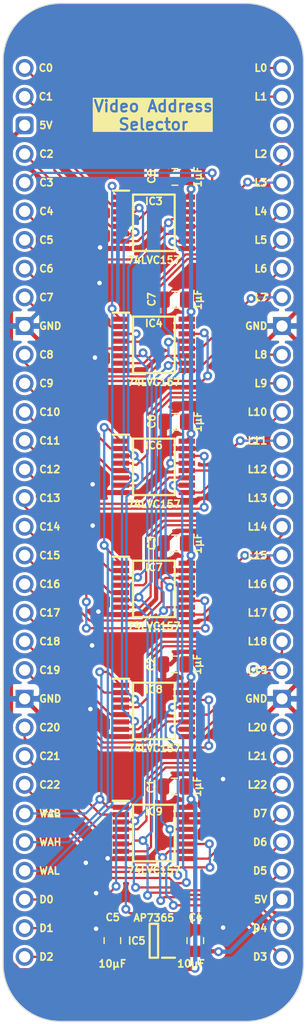
<source format=kicad_pcb>
(kicad_pcb (version 20221018) (generator pcbnew)
  (layers (0 "F.Cu" signal) (31 "B.Cu" signal) (36 "B.SilkS" user "B.Silkscreen") (37 "F.SilkS" user "F.Silkscreen") (38 "B.Mask" user) (39 "F.Mask" user) (44 "Edge.Cuts" user))
  (net 0 "")
  (net 1 "/5V")
  (net 2 "/GND")
  (net 3 "/3.3V")
  (net 5 "/C22")
  (net 6 "/Write Address Low")
  (net 7 "/L22")
  (net 9 "/Write Address High")
  (net 10 "/Write Address Bank")
  (net 11 "/C0")
  (net 12 "/D3")
  (net 13 "/L0")
  (net 14 "/C1")
  (net 15 "/D2")
  (net 16 "/L1")
  (net 17 "/L2")
  (net 18 "/D1")
  (net 19 "/C2")
  (net 20 "/L3")
  (net 21 "/D0")
  (net 22 "/C3")
  (net 23 "/C4")
  (net 24 "/D7")
  (net 25 "/L4")
  (net 26 "/C5")
  (net 27 "/D6")
  (net 28 "/L5")
  (net 29 "/L6")
  (net 30 "/D5")
  (net 31 "/C6")
  (net 32 "/L7")
  (net 33 "/D4")
  (net 34 "/C7")
  (net 35 "/C8")
  (net 36 "/L8")
  (net 37 "/C9")
  (net 38 "/L9")
  (net 39 "/L10")
  (net 40 "/C10")
  (net 41 "/L11")
  (net 42 "/C11")
  (net 43 "/C12")
  (net 44 "/L12")
  (net 45 "/C13")
  (net 46 "/L13")
  (net 47 "/L14")
  (net 48 "/C14")
  (net 49 "/L15")
  (net 50 "/C15")
  (net 51 "/C16")
  (net 52 "/L16")
  (net 53 "/C17")
  (net 54 "/L17")
  (net 55 "/L18")
  (net 56 "/C18")
  (net 57 "/L19")
  (net 58 "/C19")
  (net 59 "/C20")
  (net 60 "/L20")
  (net 61 "/C21")
  (net 62 "/L21")
  (footprint "SamacSys_Parts:SOP65P640X110-16N" (layer "F.Cu") (at 125.7808 77.86624)
    (fp_text reference "IC4")
    (fp_text value "74LVC157APW,118" hide)
  )
  (footprint "SamacSys_Parts:DIP-64_Board_W22.86mm" (layer "F.Cu") (at 114.3 53.34)
    (fp_text reference "J1" hide)
    (fp_text value "Conn_02x32_Counter_Clockwise")
    (fp_line (start -1.905 -0.635) (end -1.905 79.375) (stroke (width 0.1)) (layer "Edge.Cuts"))
    (fp_line (start 19.685 -5.715) (end 3.175 -5.715) (stroke (width 0.1)) (layer "Edge.Cuts"))
    (fp_line (start 19.685 84.455) (end 3.175 84.455) (stroke (width 0.1)) (layer "Edge.Cuts"))
    (fp_line (start 24.765 79.375) (end 24.765 -0.635) (stroke (width 0.1)) (layer "Edge.Cuts"))
    (fp_arc (start -1.905 -0.635) (mid -0.417102 -4.227102) (end 3.175 -5.715) (stroke (width 0.1)) (layer "Edge.Cuts"))
    (fp_arc (start 3.175 84.455) (mid -0.417102 82.967102) (end -1.905 79.375) (stroke (width 0.1)) (layer "Edge.Cuts"))
    (fp_arc (start 19.685 -5.715) (mid 23.277102 -4.227102) (end 24.765 -0.635) (stroke (width 0.1)) (layer "Edge.Cuts"))
    (fp_arc (start 24.765 79.375) (mid 23.277102 82.967102) (end 19.685 84.455) (stroke (width 0.1)) (layer "Edge.Cuts"))
  )
  (footprint "SamacSys_Parts:C_0805" (layer "F.Cu") (at 122.0978 130.6576)
    (fp_text reference "C5")
    (fp_text value "10µF")
  )
  (footprint "SamacSys_Parts:C_0805" (layer "F.Cu") (at 127.6096 106.172 90)
    (fp_text reference "C2")
    (fp_text value "1μF")
  )
  (footprint "SamacSys_Parts:C_0805" (layer "F.Cu") (at 129.4638 130.6576)
    (fp_text reference "C4")
    (fp_text value "10µF")
  )
  (footprint "SamacSys_Parts:C_0805" (layer "F.Cu") (at 127.6604 84.6836 90)
    (fp_text reference "C6")
    (fp_text value "1μF")
  )
  (footprint "SamacSys_Parts:C_0805" (layer "F.Cu") (at 127.6604 95.4532 90)
    (fp_text reference "C3")
    (fp_text value "1μF")
  )
  (footprint "SamacSys_Parts:SOP65P640X110-16N" (layer "F.Cu") (at 125.7808 88.67648)
    (fp_text reference "IC6")
    (fp_text value "74LVC157APW,118" hide)
  )
  (footprint "SamacSys_Parts:C_0805" (layer "F.Cu") (at 127.6604 73.8632 90)
    (fp_text reference "C7")
    (fp_text value "1μF")
  )
  (footprint "SamacSys_Parts:SOP65P640X110-16N" (layer "F.Cu") (at 125.7808 121.1072)
    (fp_text reference "IC9")
    (fp_text value "74LVC157APW,118" hide)
  )
  (footprint "SamacSys_Parts:SOP65P640X110-16N" (layer "F.Cu") (at 125.7808 67.056)
    (fp_text reference "IC3")
    (fp_text value "74LVC157APW,118" hide)
  )
  (footprint "SamacSys_Parts:SOT95P285X130-5N" (layer "F.Cu") (at 125.7808 130.6576 180)
    (fp_text reference "IC5")
    (fp_text value "AP7365-33WG-7" hide)
  )
  (footprint "SamacSys_Parts:SOP65P640X110-16N" (layer "F.Cu") (at 125.7808 99.48672)
    (fp_text reference "IC7")
    (fp_text value "74LVC157APW,118" hide)
  )
  (footprint "SamacSys_Parts:C_0805" (layer "F.Cu") (at 127.6096 116.9924 90)
    (fp_text reference "C1")
    (fp_text value "1μF")
  )
  (footprint "SamacSys_Parts:SOP65P640X110-16N" (layer "F.Cu") (at 125.7808 110.29696)
    (fp_text reference "IC8")
    (fp_text value "74LVC157APW,118" hide)
  )
  (footprint "SamacSys_Parts:C_0805" (layer "F.Cu") (at 127.6604 62.992 90)
    (fp_text reference "C8")
    (fp_text value "1μF")
  )
  (gr_text "L11" (at 135.9408 86.36) (layer "F.SilkS") (effects (font (size 0.635 0.635) (thickness 0.15) bold) (justify right)))
  (gr_text "L18" (at 135.9408 104.14) (layer "F.SilkS") (effects (font (size 0.635 0.635) (thickness 0.15) bold) (justify right)))
  (gr_text "C18" (at 115.5192 104.14) (layer "F.SilkS") (effects (font (size 0.635 0.635) (thickness 0.15) bold) (justify left)))
  (gr_text "GND" (at 135.9408 76.2) (layer "F.SilkS") (effects (font (size 0.635 0.635) (thickness 0.15) bold) (justify right)))
  (gr_text "L15" (at 135.9408 96.52) (layer "F.SilkS") (effects (font (size 0.635 0.635) (thickness 0.15) bold) (justify right)))
  (gr_text "C22" (at 115.5192 116.84) (layer "F.SilkS") (effects (font (size 0.635 0.635) (thickness 0.15) bold) (justify left)))
  (gr_text "L9" (at 135.9408 81.28) (layer "F.SilkS") (effects (font (size 0.635 0.635) (thickness 0.15) bold) (justify right)))
  (gr_text "L19" (at 135.9408 106.68) (layer "F.SilkS") (effects (font (size 0.635 0.635) (thickness 0.15) bold) (justify right)))
  (gr_text "D5" (at 135.9408 124.46) (layer "F.SilkS") (effects (font (size 0.635 0.635) (thickness 0.15) bold) (justify right)))
  (gr_text "L6" (at 135.9408 71.12) (layer "F.SilkS") (effects (font (size 0.635 0.635) (thickness 0.15) bold) (justify right)))
  (gr_text "D7" (at 135.9408 119.38) (layer "F.SilkS") (effects (font (size 0.635 0.635) (thickness 0.15) bold) (justify right)))
  (gr_text "L5" (at 135.9408 68.58) (layer "F.SilkS") (effects (font (size 0.635 0.635) (thickness 0.15) bold) (justify right)))
  (gr_text "C4" (at 115.5192 66.04) (layer "F.SilkS") (effects (font (size 0.635 0.635) (thickness 0.15) bold) (justify left)))
  (gr_text "C6" (at 115.5192 71.12) (layer "F.SilkS") (effects (font (size 0.635 0.635) (thickness 0.15) bold) (justify left)))
  (gr_text "GND" (at 115.5192 109.22) (layer "F.SilkS") (effects (font (size 0.635 0.635) (thickness 0.15) bold) (justify left)))
  (gr_text "C8" (at 115.5192 78.74) (layer "F.SilkS") (effects (font (size 0.635 0.635) (thickness 0.15) bold) (justify left)))
  (gr_text "C2" (at 115.5192 60.96) (layer "F.SilkS") (effects (font (size 0.635 0.635) (thickness 0.15) bold) (justify left)))
  (gr_text "C10" (at 115.5192 83.82) (layer "F.SilkS") (effects (font (size 0.635 0.635) (thickness 0.15) bold) (justify left)))
  (gr_text "L2" (at 135.9408 60.96) (layer "F.SilkS") (effects (font (size 0.635 0.635) (thickness 0.15) bold) (justify right)))
  (gr_text "L10" (at 135.9408 83.82) (layer "F.SilkS") (effects (font (size 0.635 0.635) (thickness 0.15) bold) (justify right)))
  (gr_text "C13" (at 115.5192 91.44) (layer "F.SilkS") (effects (font (size 0.635 0.635) (thickness 0.15) bold) (justify left)))
  (gr_text "D2" (at 115.5192 132.08) (layer "F.SilkS") (effects (font (size 0.635 0.635) (thickness 0.15) bold) (justify left)))
  (gr_text "Video Address\nSelector" (at 125.73 58.928) (layer "F.SilkS" knockout) (effects (font (size 1 1) (thickness 0.2) bold) (justify bottom)))
  (gr_text "C16" (at 115.5192 99.06) (layer "F.SilkS") (effects (font (size 0.635 0.635) (thickness 0.15) bold) (justify left)))
  (gr_text "L8" (at 135.9408 78.74) (layer "F.SilkS") (effects (font (size 0.635 0.635) (thickness 0.15) bold) (justify right)))
  (gr_text "L7" (at 135.9408 73.66) (layer "F.SilkS") (effects (font (size 0.635 0.635) (thickness 0.15) bold) (justify right)))
  (gr_text "D1" (at 115.5192 129.54) (layer "F.SilkS") (effects (font (size 0.635 0.635) (thickness 0.15) bold) (justify left)))
  (gr_text "WAB" (at 115.5192 119.38) (layer "F.SilkS") (effects (font (size 0.635 0.635) (thickness 0.15) bold) (justify left)))
  (gr_text "L14" (at 135.9408 93.98) (layer "F.SilkS") (effects (font (size 0.635 0.635) (thickness 0.15) bold) (justify right)))
  (gr_text "C20" (at 115.5192 111.76) (layer "F.SilkS") (effects (font (size 0.635 0.635) (thickness 0.15) bold) (justify left)))
  (gr_text "5V" (at 115.5192 58.42) (layer "F.SilkS") (effects (font (size 0.635 0.635) (thickness 0.15) bold) (justify left)))
  (gr_text "5V" (at 135.9408 127) (layer "F.SilkS") (effects (font (size 0.635 0.635) (thickness 0.15) bold) (justify right)))
  (gr_text "C21" (at 115.5192 114.3) (layer "F.SilkS") (effects (font (size 0.635 0.635) (thickness 0.15) bold) (justify left)))
  (gr_text "D3" (at 135.9408 132.08) (layer "F.SilkS") (effects (font (size 0.635 0.635) (thickness 0.15) bold) (justify right)))
  (gr_text "C9" (at 115.5192 81.28) (layer "F.SilkS") (effects (font (size 0.635 0.635) (thickness 0.15) bold) (justify left)))
  (gr_text "L0" (at 135.9408 53.34) (layer "F.SilkS") (effects (font (size 0.635 0.635) (thickness 0.15) bold) (justify right)))
  (gr_text "C5" (at 115.5192 68.58) (layer "F.SilkS") (effects (font (size 0.635 0.635) (thickness 0.15) bold) (justify left)))
  (gr_text "WAL" (at 115.5192 124.46) (layer "F.SilkS") (effects (font (size 0.635 0.635) (thickness 0.15) bold) (justify left)))
  (gr_text "C7" (at 115.5192 73.66) (layer "F.SilkS") (effects (font (size 0.635 0.635) (thickness 0.15) bold) (justify left)))
  (gr_text "D4" (at 135.9408 129.54) (layer "F.SilkS") (effects (font (size 0.635 0.635) (thickness 0.15) bold) (justify right)))
  (gr_text "GND" (at 115.5192 76.2) (layer "F.SilkS") (effects (font (size 0.635 0.635) (thickness 0.15) bold) (justify left)))
  (gr_text "L20" (at 135.9408 111.76) (layer "F.SilkS") (effects (font (size 0.635 0.635) (thickness 0.15) bold) (justify right)))
  (gr_text "L22" (at 135.9408 116.84) (layer "F.SilkS") (effects (font (size 0.635 0.635) (thickness 0.15) bold) (justify right)))
  (gr_text "C19" (at 115.5192 106.68) (layer "F.SilkS") (effects (font (size 0.635 0.635) (thickness 0.15) bold) (justify left)))
  (gr_text "C15" (at 115.5192 96.52) (layer "F.SilkS") (effects (font (size 0.635 0.635) (thickness 0.15) bold) (justify left)))
  (gr_text "C0" (at 115.4684 53.34) (layer "F.SilkS") (effects (font (size 0.635 0.635) (thickness 0.15) bold) (justify left)))
  (gr_text "D6" (at 135.9408 121.92) (layer "F.SilkS") (effects (font (size 0.635 0.635) (thickness 0.15) bold) (justify right)))
  (gr_text "L13" (at 135.9408 91.44) (layer "F.SilkS") (effects (font (size 0.635 0.635) (thickness 0.15) bold) (justify right)))
  (gr_text "D0" (at 115.5192 127) (layer "F.SilkS") (effects (font (size 0.635 0.635) (thickness 0.15) bold) (justify left)))
  (gr_text "L16" (at 135.9408 99.06) (layer "F.SilkS") (effects (font (size 0.635 0.635) (thickness 0.15) bold) (justify right)))
  (gr_text "C3" (at 115.5192 63.5) (layer "F.SilkS") (effects (font (size 0.635 0.635) (thickness 0.15) bold) (justify left)))
  (gr_text "L4" (at 135.9408 66.04) (layer "F.SilkS") (effects (font (size 0.635 0.635) (thickness 0.15) bold) (justify right)))
  (gr_text "C11" (at 115.5192 86.36) (layer "F.SilkS") (effects (font (size 0.635 0.635) (thickness 0.15) bold) (justify left)))
  (gr_text "L3" (at 135.9408 63.5) (layer "F.SilkS") (effects (font (size 0.635 0.635) (thickness 0.15) bold) (justify right)))
  (gr_text "C12" (at 115.5192 88.9) (layer "F.SilkS") (effects (font (size 0.635 0.635) (thickness 0.15) bold) (justify left)))
  (gr_text "C14" (at 115.5192 93.98) (layer "F.SilkS") (effects (font (size 0.635 0.635) (thickness 0.15) bold) (justify left)))
  (gr_text "L21" (at 135.9408 114.3) (layer "F.SilkS") (effects (font (size 0.635 0.635) (thickness 0.15) bold) (justify right)))
  (gr_text "L1" (at 135.9408 55.88) (layer "F.SilkS") (effects (font (size 0.635 0.635) (thickness 0.15) bold) (justify right)))
  (gr_text "GND" (at 135.9408 109.22) (layer "F.SilkS") (effects (font (size 0.635 0.635) (thickness 0.15) bold) (justify right)))
  (gr_text "L12" (at 135.9408 88.9) (layer "F.SilkS") (effects (font (size 0.635 0.635) (thickness 0.15) bold) (justify right)))
  (gr_text "WAH" (at 115.5192 121.92) (layer "F.SilkS") (effects (font (size 0.635 0.635) (thickness 0.15) bold) (justify left)))
  (gr_text "L17" (at 135.9408 101.6) (layer "F.SilkS") (effects (font (size 0.635 0.635) (thickness 0.15) bold) (justify right)))
  (gr_text "C17" (at 115.5192 101.6) (layer "F.SilkS") (effects (font (size 0.635 0.635) (thickness 0.15) bold) (justify left)))
  (gr_text "C1" (at 115.4684 55.88) (layer "F.SilkS") (effects (font (size 0.635 0.635) (thickness 0.15) bold) (justify left)))
  (segment (start 126.1158 129.7176) (end 126.1258 129.7076) (width 0.38) (layer "F.Cu") (net 1))
  (segment (start 129.4638 131.5916) (end 127.0968 131.5916) (width 0.38) (layer "F.Cu") (net 1))
  (segment (start 129.4638 131.5916) (end 131.49 131.5916) (width 0.38) (layer "F.Cu") (net 1))
  (segment (start 113.0808 59.6392) (end 114.3 58.42) (width 0.38) (layer "F.Cu") (net 1))
  (segment (start 113.0808 132.543715) (end 113.0808 59.6392) (width 0.38) (layer "F.Cu") (net 1))
  (segment (start 127.0808 131.6076) (end 126.1258 131.6076) (width 0.38) (layer "F.Cu") (net 1))
  (segment (start 126.1158 130.7084) (end 126.1158 129.7176) (width 0.38) (layer "F.Cu") (net 1))
  (segment (start 126.1258 131.6076) (end 126.1158 131.5976) (width 0.38) (layer "F.Cu") (net 1))
  (segment (start 126.109 130.7016) (end 119.9964 130.7016) (width 0.38) (layer "F.Cu") (net 1))
  (segment (start 126.1158 131.5976) (end 126.1158 130.7084) (width 0.38) (layer "F.Cu") (net 1))
  (segment (start 126.1258 129.7076) (end 127.0808 129.7076) (width 0.38) (layer "F.Cu") (net 1))
  (segment (start 119.9964 130.7016) (end 117.428 133.27) (width 0.38) (layer "F.Cu") (net 1))
  (segment (start 131.49 131.5916) (end 131.5212 131.6228) (width 0.38) (layer "F.Cu") (net 1))
  (segment (start 117.428 133.27) (end 113.807085 133.27) (width 0.38) (layer "F.Cu") (net 1))
  (segment (start 126.1158 130.7084) (end 126.109 130.7016) (width 0.38) (layer "F.Cu") (net 1))
  (segment (start 113.807085 133.27) (end 113.0808 132.543715) (width 0.38) (layer "F.Cu") (net 1))
  (via (at 131.5212 131.6228) (size 0.8) (drill 0.4) (layers "F.Cu" "B.Cu") (net 1))
  (segment (start 137.16 127) (end 132.5372 131.6228) (width 0.38) (layer "B.Cu") (net 1))
  (segment (start 132.5372 131.6228) (end 131.5212 131.6228) (width 0.38) (layer "B.Cu") (net 1))
  (segment (start 126.2888 87.8332) (end 126.2888 89.1032) (width 0.38) (layer "F.Cu") (net 2))
  (segment (start 137.16 109.22) (end 132.0292 114.3508) (width 0.38) (layer "F.Cu") (net 2))
  (segment (start 126.6944 73.8632) (end 129.8116 70.746) (width 0.38) (layer "F.Cu") (net 2))
  (segment (start 124.49132 90.95148) (end 122.8558 90.95148) (width 0.38) (layer "F.Cu") (net 2))
  (segment (start 138.35 110.41) (end 137.16 109.22) (width 0.38) (layer "F.Cu") (net 2))
  (segment (start 138.35 114.792915) (end 138.35 110.41) (width 0.38) (layer "F.Cu") (net 2))
  (segment (start 132.0292 114.3508) (end 119.4308 114.3508) (width 0.38) (layer "F.Cu") (net 2))
  (segment (start 122.7718 129.0176) (end 128.7898 129.0176) (width 0.38) (layer "F.Cu") (net 2))
  (segment (start 120.65 129.5908) (end 121.997 129.5908) (width 0.38) (layer "F.Cu") (net 2))
  (segment (start 137.8204 69.9008) (end 138.3792 69.342) (width 0.38) (layer "F.Cu") (net 2))
  (segment (start 138.35 103.378) (end 138.35 108.03) (width 0.38) (layer "F.Cu") (net 2))
  (segment (start 136.827085 102.79) (end 137.7696 102.79) (width 0.38) (layer "F.Cu") (net 2))
  (segment (start 137.8204 69.9008) (end 138.3792 70.4596) (width 0.38) (layer "F.Cu") (net 2))
  (segment (start 124.5616 90.8304) (end 124.5616 90.8812) (width 0.38) (layer "F.Cu") (net 2))
  (segment (start 126.6944 84.6836) (end 128.3624 83.0156) (width 0.38) (layer "F.Cu") (net 2))
  (segment (start 125.984 96.1136) (end 125.984 100.3808) (width 0.38) (layer "F.Cu") (net 2))
  (segment (start 128.7898 129.0176) (end 129.4638 129.6916) (width 0.38) (layer "F.Cu") (net 2))
  (segment (start 131.9276 116.233) (end 132.2832 115.8774) (width 0.38) (layer "F.Cu") (net 2))
  (segment (start 137.16 76.2) (end 138.35 77.39) (width 0.38) (layer "F.Cu") (net 2))
  (segment (start 124.60308 101.76172) (end 122.8558 101.76172) (width 0.38) (layer "F.Cu") (net 2))
  (segment (start 122.0978 129.6916) (end 122.7718 129.0176) (width 0.38) (layer "F.Cu") (net 2))
  (segment (start 126.2888 89.1032) (end 124.5616 90.8304) (width 0.38) (layer "F.Cu") (net 2))
  (segment (start 138.35 77.39) (end 138.35 81.9912) (width 0.38) (layer "F.Cu") (net 2))
  (segment (start 126.6944 73.8632) (end 126.6944 76.651441) (width 0.38) (layer "F.Cu") (net 2))
  (segment (start 131.7244 81.6356) (end 119.7356 81.6356) (width 0.38) (layer "F.Cu") (net 2))
  (segment (start 122.8558 80.14124) (end 121.69564 80.14124) (width 0.38) (layer "F.Cu") (net 2))
  (segment (start 126.6944 62.992) (end 126.6944 65.9392) (width 0.38) (layer "F.Cu") (net 2))
  (segment (start 124.93836 80.14124) (end 122.8558 80.14124) (width 0.38) (layer "F.Cu") (net 2))
  (segment (start 126.6944 65.9392) (end 126.2888 66.3448) (width 0.38) (layer "F.Cu") (net 2))
  (segment (start 129.8116 70.746) (end 135.851085 70.746) (width 0.38) (layer "F.Cu") (net 2))
  (segment (start 121.69564 80.14124) (end 120.5484 78.994) (width 0.38) (layer "F.Cu") (net 2))
  (segment (start 129.4638 129.6916) (end 131.7252 129.6916) (width 0.38) (layer "F.Cu") (net 2))
  (segment (start 134.560085 105.057) (end 136.827085 102.79) (width 0.38) (layer "F.Cu") (net 2))
  (segment (start 138.35 83.312) (end 138.35 91.7956) (width 0.38) (layer "F.Cu") (net 2))
  (segment (start 119.4308 114.3508) (end 114.3 109.22) (width 0.38) (layer "F.Cu") (net 2))
  (segment (start 131.9276 116.332) (end 131.9276 116.233) (width 0.38) (layer "F.Cu") (net 2))
  (segment (start 138.35 93.3196) (end 138.35 102.2096) (width 0.38) (layer "F.Cu") (net 2))
  (segment (start 137.668 82.63) (end 138.35 83.312) (width 0.38) (layer "F.Cu") (net 2))
  (segment (start 129.9164 59.77) (end 137.652915 59.77) (width 0.38) (layer "F.Cu") (net 2))
  (segment (start 137.7696 102.79) (end 137.7696 102.7976) (width 0.38) (layer "F.Cu") (net 2))
  (segment (start 122.8558 90.95148) (end 121.07588 90.95148) (width 0.38) (layer "F.Cu") (net 2))
  (segment (start 137.668 92.63) (end 138.35 91.948) (width 0.38) (layer "F.Cu") (net 2))
  (segment (start 124.61324 112.57196) (end 122.8558 112.57196) (width 0.38) (layer "F.Cu") (net 2))
  (segment (start 125.984 100.3808) (end 124.60308 101.76172) (width 0.38) (layer "F.Cu") (net 2))
  (segment (start 122.8558 69.331) (end 121.0962 69.331) (width 0.38) (layer "F.Cu") (net 2))
  (segment (start 137.668 92.63) (end 137.668 92.6376) (width 0.38) (layer "F.Cu") (net 2))
  (segment (start 137.16 76.2) (end 131.7244 81.6356) (width 0.38) (layer "F.Cu") (net 2))
  (segment (start 126.676564 84.701436) (end 126.676564 87.445436) (width 0.38) (layer "F.Cu") (net 2))
  (segment (start 128.7058 120.1322) (end 128.7058 119.4822) (width 0.38) (layer "F.Cu") (net 2))
  (segment (start 135.851085 70.746) (end 136.696285 69.9008) (width 0.38) (layer "F.Cu") (net 2))
  (segment (start 127.8094 94.3382) (end 135.118885 94.3382) (width 0.38) (layer "F.Cu") (net 2))
  (segment (start 126.2888 67.7672) (end 124.725 69.331) (width 0.38) (layer "F.Cu") (net 2))
  (segment (start 138.35 108.03) (end 137.16 109.22) (width 0.38) (layer "F.Cu") (net 2))
  (segment (start 136.827085 92.63) (end 137.668 92.63) (width 0.38) (layer "F.Cu") (net 2))
  (segment (start 120.142 111.0488) (end 120.142 110.1344) (width 0.38) (layer "F.Cu") (net 2))
  (segment (start 138.35 91.948) (end 138.35 91.7956) (width 0.38) (layer "F.Cu") (net 2))
  (segment (start 126.6436 106.172) (end 127.254 106.172) (width 0.38) (layer "F.Cu") (net 2))
  (segment (start 126.6944 76.651441) (end 126.238 77.107841) (width 0.38) (layer "F.Cu") (net 2))
  (segment (start 128.028503 105.057) (end 134.560085 105.057) (width 0.38) (layer "F.Cu") (net 2))
  (segment (start 137.7696 102.7976) (end 138.35 103.378) (width 0.38) (layer "F.Cu") (net 2))
  (segment (start 137.7112 82.63) (end 138.35 81.9912) (width 0.38) (layer "F.Cu") (net 2))
  (segment (start 127.6536 105.7724) (end 127.6536 105.431903) (width 0.38) (layer "F.Cu") (net 2))
  (segment (start 126.6944 95.4532) (end 127.8094 94.3382) (width 0.38) (layer "F.Cu") (net 2))
  (segment (start 121.07588 90.95148) (end 120.345196 90.220796) (width 0.38) (layer "F.Cu") (net 2))
  (segment (start 137.668 82.63) (end 137.7112 82.63) (width 0.38) (layer "F.Cu") (net 2))
  (segment (start 126.238 77.107841) (end 126.238 78.841601) (width 0.38) (layer "F.Cu") (net 2))
  (segment (start 127.7586 115.8774) (end 131.572 115.8774) (width 0.38) (layer "F.Cu") (net 2))
  (segment (start 126.492 95.6056) (end 125.984 96.1136) (width 0.38) (layer "F.Cu") (net 2))
  (segment (start 132.2832 115.8774) (end 136.439685 115.8774) (width 0.38) (layer "F.Cu") (net 2))
  (segment (start 127.6536 105.431903) (end 128.028503 105.057) (width 0.38) (layer "F.Cu") (net 2))
  (segment (start 126.2888 119.9388) (end 126.2888 122.428) (width 0.38) (layer "F.Cu") (net 2))
  (segment (start 127.254 106.172) (end 127.6536 105.7724) (width 0.38) (layer "F.Cu") (net 2))
  (segment (start 128.3624 83.0156) (end 132.296022 83.0156) (width 0.38) (layer "F.Cu") (net 2))
  (segment (start 132.681622 82.63) (end 137.668 82.63) (width 0.38) (layer "F.Cu") (net 2))
  (segment (start 126.6944 62.992) (end 129.9164 59.77) (width 0.38) (layer "F.Cu") (net 2))
  (segment (start 126.6436 110.5416) (end 124.61324 112.57196) (width 0.38) (layer "F.Cu") (net 2))
  (segment (start 138.3792 70.4596) (end 138.3792 74.9808) (width 0.38) (layer "F.Cu") (net 2))
  (segment (start 122.8558 123.3822) (end 121.702919 123.3822) (width 0.38) (layer "F.Cu") (net 2))
  (segment (start 121.11652 101.76172) (end 120.8532 101.4984) (width 0.38) (layer "F.Cu") (net 2))
  (segment (start 132.296022 83.0156) (end 132.681622 82.63) (width 0.38) (layer "F.Cu") (net 2))
  (segment (start 126.6436 116.9924) (end 126.6436 119.584) (width 0.38) (layer "F.Cu") (net 2))
  (segment (start 131.9276 116.233) (end 131.572 115.8774) (width 0.38) (layer "F.Cu") (net 2))
  (segment (start 138.3792 74.9808) (end 137.16 76.2) (width 0.38) (layer "F.Cu") (net 2))
  (segment (start 121.0962 69.331) (end 121.0056 69.2404) (width 0.38) (layer "F.Cu") (net 2))
  (segment (start 137.652915 59.77) (end 138.3792 60.496285) (width 0.38) (layer "F.Cu") (net 2))
  (segment (start 124.5616 90.8812) (end 124.49132 90.95148) (width 0.38) (layer "F.Cu") (net 2))
  (segment (start 125.3346 123.3822) (end 122.8558 123.3822) (width 0.38) (layer "F.Cu") (net 2))
  (segment (start 126.2888 66.3448) (end 126.2888 67.7672) (width 0.38) (layer "F.Cu") (net 2))
  (segment (start 135.118885 94.3382) (end 136.827085 92.63) (width 0.38) (layer "F.Cu") (net 2))
  (segment (start 122.8558 101.76172) (end 121.11652 101.76172) (width 0.38) (layer "F.Cu") (net 2))
  (segment (start 121.702919 123.3822) (end 121.674319 123.3536) (width 0.38) (layer "F.Cu") (net 2))
  (segment (start 136.827085 115.49) (end 137.652915 115.49) (width 0.38) (layer "F.Cu") (net 2))
  (segment (start 124.725 69.331) (end 122.8558 69.331) (width 0.38) (layer "F.Cu") (net 2))
  (segment (start 136.696285 69.9008) (end 137.8204 69.9008) (width 0.38) (layer "F.Cu") (net 2))
  (segment (start 126.6436 119.584) (end 126.2888 119.9388) (width 0.38) (layer "F.Cu") (net 2))
  (segment (start 137.652915 115.49) (end 138.35 114.792915) (width 0.38) (layer "F.Cu") (net 2))
  (segment (start 131.7252 129.6916) (end 131.9276 129.4892) (width 0.38) (layer "F.Cu") (net 2))
  (segment (start 128.4978 130.6576) (end 129.4638 129.6916) (width 0.38) (layer "F.Cu") (net 2))
  (segment (start 127.0808 130.6576) (end 128.4978 130.6576) (width 0.38) (layer "F.Cu") (net 2))
  (segment (start 137.7696 102.79) (end 138.35 102.2096) (width 0.38) (layer "F.Cu") (net 2))
  (segment (start 126.2888 122.428) (end 125.3346 123.3822) (width 0.38) (layer "F.Cu") (net 2))
  (segment (start 122.8558 112.57196) (end 121.66516 112.57196) (width 0.38) (layer "F.Cu") (net 2))
  (segment (start 126.676564 87.445436) (end 126.2888 87.8332) (width 0.38) (layer "F.Cu") (net 2))
  (segment (start 126.6436 106.172) (end 126.6436 110.5416) (width 0.38) (layer "F.Cu") (net 2))
  (segment (start 119.7356 81.6356) (end 114.3 76.2) (width 0.38) (layer "F.Cu") (net 2))
  (segment (start 138.3792 60.496285) (end 138.3792 69.342) (width 0.38) (layer "F.Cu") (net 2))
  (segment (start 126.238 78.841601) (end 124.93836 80.14124) (width 0.38) (layer "F.Cu") (net 2))
  (segment (start 137.668 92.6376) (end 138.35 93.3196) (width 0.38) (layer "F.Cu") (net 2))
  (segment (start 136.439685 115.8774) (end 136.827085 115.49) (width 0.38) (layer "F.Cu") (net 2))
  (segment (start 126.6436 116.9924) (end 127.7586 115.8774) (width 0.38) (layer "F.Cu") (net 2))
  (segment (start 121.66516 112.57196) (end 120.142 111.0488) (width 0.38) (layer "F.Cu") (net 2))
  (via (at 121.0056 69.2404) (size 0.8) (drill 0.4) (layers "F.Cu" "B.Cu") (net 2))
  (via (at 120.5484 78.994) (size 0.8) (drill 0.4) (layers "F.Cu" "B.Cu") (net 2))
  (via (at 131.9276 129.4892) (size 0.8) (drill 0.4) (layers "F.Cu" "B.Cu") (net 2))
  (via (at 120.345196 90.220796) (size 0.8) (drill 0.4) (layers "F.Cu" "B.Cu") (net 2))
  (via (at 121.674319 123.3536) (size 0.8) (drill 0.4) (layers "F.Cu" "B.Cu") (net 2))
  (via (at 120.65 126.4412) (size 0.8) (drill 0.4) (layers "F.Cu" "B.Cu") (net 2))
  (via (at 120.2944 104.4956) (size 0.8) (drill 0.4) (layers "F.Cu" "B.Cu") (net 2))
  (via (at 120.65 129.5908) (size 0.8) (drill 0.4) (layers "F.Cu" "B.Cu") (net 2))
  (via (at 120.8532 101.4984) (size 0.8) (drill 0.4) (layers "F.Cu" "B.Cu") (net 2))
  (via (at 120.142 110.1344) (size 0.8) (drill 0.4) (layers "F.Cu" "B.Cu") (net 2))
  (via (at 120.3452 93.8784) (size 0.8) (drill 0.4) (layers "F.Cu" "B.Cu") (net 2))
  (via (at 119.7356 123.7488) (size 0.8) (drill 0.4) (layers "F.Cu" "B.Cu") (net 2))
  (via (at 120.9548 72.39) (size 0.8) (drill 0.4) (layers "F.Cu" "B.Cu") (net 2))
  (via (at 131.9276 116.332) (size 0.8) (drill 0.4) (layers "F.Cu" "B.Cu") (net 2))
  (segment (start 120.3452 97.4852) (end 120.8532 97.9932) (width 0.38) (layer "B.Cu") (net 2))
  (segment (start 120.3452 90.2208) (end 120.345196 90.220796) (width 0.38) (layer "B.Cu") (net 2))
  (segment (start 119.7356 123.7488) (end 121.279119 123.7488) (width 0.38) (layer "B.Cu") (net 2))
  (segment (start 120.65 126.4412) (end 119.6848 125.476) (width 0.38) (layer "B.Cu") (net 2))
  (segment (start 120.9548 72.39) (end 120.9548 78.5876) (width 0.38) (layer "B.Cu") (net 2))
  (segment (start 120.9548 78.5876) (end 120.5484 78.994) (width 0.38) (layer "B.Cu") (net 2))
  (segment (start 117.7544 76.2) (end 114.3 76.2) (width 0.38) (layer "B.Cu") (net 2))
  (segment (start 120.3452 93.8784) (end 120.3452 90.2208) (width 0.38) (layer "B.Cu") (net 2))
  (segment (start 121.279119 123.7488) (end 121.674319 123.3536) (width 0.38) (layer "B.Cu") (net 2))
  (segment (start 120.345196 90.220796) (end 120.345196 79.197204) (width 0.38) (layer "B.Cu") (net 2))
  (segment (start 116.4336 110.1344) (end 115.5192 109.22) (width 0.38) (layer "B.Cu") (net 2))
  (segment (start 120.345196 79.197204) (end 120.5484 78.994) (width 0.38) (layer "B.Cu") (net 2))
  (segment (start 120.142 110.1344) (end 116.4336 110.1344) (width 0.38) (layer "B.Cu") (net 2))
  (segment (start 119.6848 123.7996) (end 119.7356 123.7488) (width 0.38) (layer "B.Cu") (net 2))
  (segment (start 115.48 109.22) (end 114.3 109.22) (width 0.38) (layer "B.Cu") (net 2))
  (segment (start 115.5192 109.22) (end 115.48 109.22) (width 0.38) (layer "B.Cu") (net 2))
  (segment (start 121.0056 69.2404) (end 121.0056 69.4944) (width 0.38) (layer "B.Cu") (net 2))
  (segment (start 120.8532 97.9932) (end 120.8532 101.4984) (width 0.38) (layer "B.Cu") (net 2))
  (segment (start 120.2944 104.4056) (end 120.2944 104.4956) (width 0.38) (layer "B.Cu") (net 2))
  (segment (start 120.5484 78.994) (end 117.7544 76.2) (width 0.38) (layer "B.Cu") (net 2))
  (segment (start 131.9276 129.4892) (end 131.9276 116.332) (width 0.38) (layer "B.Cu") (net 2))
  (segment (start 120.8532 103.8468) (end 120.2944 104.4056) (width 0.38) (layer "B.Cu") (net 2))
  (segment (start 120.2944 104.4956) (end 120.2044 104.4956) (width 0.38) (layer "B.Cu") (net 2))
  (segment (start 120.8532 101.4984) (end 120.8532 103.8468) (width 0.38) (layer "B.Cu") (net 2))
  (segment (start 119.6848 125.476) (end 119.6848 123.7996) (width 0.38) (layer "B.Cu") (net 2))
  (segment (start 120.65 129.5908) (end 120.65 126.4412) (width 0.38) (layer "B.Cu") (net 2))
  (segment (start 121.0056 72.3392) (end 120.9548 72.39) (width 0.38) (layer "B.Cu") (net 2))
  (segment (start 121.0056 69.2404) (end 121.0056 72.3392) (width 0.38) (layer "B.Cu") (net 2))
  (segment (start 120.3452 93.8784) (end 120.3452 97.4852) (width 0.38) (layer "B.Cu") (net 2))
  (segment (start 120.2044 104.4956) (end 115.48 109.22) (width 0.38) (layer "B.Cu") (net 2))
  (segment (start 121.0056 69.4944) (end 114.3 76.2) (width 0.38) (layer "B.Cu") (net 2))
  (segment (start 114.3 76.2) (end 115.48 76.2) (width 0.38) (layer "B.Cu") (net 2))
  (segment (start 129.0828 96.52) (end 129.0828 95.9416) (width 0.38) (layer "F.Cu") (net 3))
  (segment (start 129.079598 118.119973) (end 129.079598 117.528398) (width 0.38) (layer "F.Cu") (net 3))
  (segment (start 129.0828 95.9416) (end 128.5944 95.4532) (width 0.38) (layer "F.Cu") (net 3))
  (segment (start 129.079598 117.528398) (end 128.5436 116.9924) (width 0.38) (layer "F.Cu") (net 3))
  (segment (start 129.0828 63.4804) (end 128.5944 62.992) (width 0.38) (layer "F.Cu") (net 3))
  (segment (start 129.0828 107.2896) (end 129.0828 107.64496) (width 0.38) (layer "F.Cu") (net 3))
  (segment (start 129.0828 74.93) (end 129.0828 75.21424) (width 0.38) (layer "F.Cu") (net 3))
  (segment (start 122.0978 131.5916) (end 124.4648 131.5916) (width 0.38) (layer "F.Cu") (net 3))
  (segment (start 129.0828 85.7504) (end 129.0828 85.172) (width 0.38) (layer "F.Cu") (net 3))
  (segment (start 129.0828 96.83472) (end 128.7058 97.21172) (width 0.38) (layer "F.Cu") (net 3))
  (segment (start 123.653 133.1468) (end 129.3876 133.1468) (width 0.38) (layer "F.Cu") (net 3))
  (segment (start 129.0828 75.21424) (end 128.7058 75.59124) (width 0.38) (layer "F.Cu") (net 3))
  (segment (start 122.0978 131.5916) (end 123.653 133.1468) (width 0.38) (layer "F.Cu") (net 3))
  (segment (start 129.0828 74.3516) (end 128.5944 73.8632) (width 0.38) (layer "F.Cu") (net 3))
  (segment (start 129.0828 64.0588) (end 129.0828 64.404) (width 0.38) (layer "F.Cu") (net 3))
  (segment (start 129.0828 74.93) (end 129.0828 74.3516) (width 0.38) (layer "F.Cu") (net 3))
  (segment (start 129.0828 85.172) (end 128.5944 84.6836) (width 0.38) (layer "F.Cu") (net 3))
  (segment (start 129.3876 133.1468) (end 129.4384 133.096) (width 0.38) (layer "F.Cu") (net 3))
  (segment (start 129.079598 118.458402) (end 129.079598 118.119973) (width 0.38) (layer "F.Cu") (net 3))
  (segment (start 129.0828 64.0588) (end 129.0828 63.4804) (width 0.38) (layer "F.Cu") (net 3))
  (segment (start 129.0828 107.2896) (end 129.0828 106.7112) (width 0.38) (layer "F.Cu") (net 3))
  (segment (start 129.0828 96.52) (end 129.0828 96.83472) (width 0.38) (layer "F.Cu") (net 3))
  (segment (start 129.0828 86.02448) (end 128.7058 86.40148) (width 0.38) (layer "F.Cu") (net 3))
  (segment (start 129.0828 106.7112) (end 128.5436 106.172) (width 0.38) (layer "F.Cu") (net 3))
  (segment (start 129.0828 85.7504) (end 129.0828 86.02448) (width 0.38) (layer "F.Cu") (net 3))
  (segment (start 129.0828 64.404) (end 128.7058 64.781) (width 0.38) (layer "F.Cu") (net 3))
  (segment (start 129.0828 107.64496) (end 128.7058 108.02196) (width 0.38) (layer "F.Cu") (net 3))
  (segment (start 128.7058 118.8322) (end 129.079598 118.458402) (width 0.38) (layer "F.Cu") (net 3))
  (via (at 129.0828 96.52) (size 0.8) (drill 0.4) (layers "F.Cu" "B.Cu") (net 3))
  (via (at 129.0828 64.0588) (size 0.8) (drill 0.4) (layers "F.Cu" "B.Cu") (net 3))
  (via (at 129.079598 118.119973) (size 0.8) (drill 0.4) (layers "F.Cu" "B.Cu") (net 3))
  (via (at 129.4384 133.096) (size 0.8) (drill 0.4) (layers "F.Cu" "B.Cu") (net 3))
  (via (at 129.0828 107.2896) (size 0.8) (drill 0.4) (layers "F.Cu" "B.Cu") (net 3))
  (via (at 129.0828 74.93) (size 0.8) (drill 0.4) (layers "F.Cu" "B.Cu") (net 3))
  (via (at 129.0828 85.7504) (size 0.8) (drill 0.4) (layers "F.Cu" "B.Cu") (net 3))
  (segment (start 129.079598 107.292802) (end 129.0828 107.2896) (width 0.38) (layer "B.Cu") (net 3))
  (segment (start 129.0828 85.7504) (end 129.0828 74.93) (width 0.38) (layer "B.Cu") (net 3))
  (segment (start 129.0828 96.52) (end 129.0828 85.7504) (width 0.38) (layer "B.Cu") (net 3))
  (segment (start 129.0828 107.2896) (end 129.0828 96.52) (width 0.38) (layer "B.Cu") (net 3))
  (segment (start 129.457777 133.076623) (end 129.457777 118.498152) (width 0.38) (layer "B.Cu") (net 3))
  (segment (start 129.079598 118.119973) (end 129.079598 107.292802) (width 0.38) (layer "B.Cu") (net 3))
  (segment (start 129.0828 74.93) (end 129.0828 64.0588) (width 0.38) (layer "B.Cu") (net 3))
  (segment (start 129.457777 118.498152) (end 129.079598 118.119973) (width 0.38) (layer "B.Cu") (net 3))
  (segment (start 129.4384 133.096) (end 129.457777 133.076623) (width 0.38) (layer "B.Cu") (net 3))
  (segment (start 130.7084 122.0724) (end 130.6986 122.0822) (width 0.2) (layer "F.Cu") (net 5))
  (segment (start 121.455031 124.1552) (end 130.7592 124.1552) (width 0.2) (layer "F.Cu") (net 5))
  (segment (start 114.3 117.000169) (end 121.455031 124.1552) (width 0.2) (layer "F.Cu") (net 5))
  (segment (start 130.6986 122.0822) (end 128.7058 122.0822) (width 0.2) (layer "F.Cu") (net 5))
  (via (at 130.7592 124.1552) (size 0.8) (drill 0.4) (layers "F.Cu" "B.Cu") (net 5))
  (via (at 130.7084 122.0724) (size 0.8) (drill 0.4) (layers "F.Cu" "B.Cu") (net 5))
  (segment (start 130.7592 124.1552) (end 130.7592 122.1232) (width 0.2) (layer "B.Cu") (net 5))
  (segment (start 130.7592 122.1232) (end 130.7084 122.0724) (width 0.2) (layer "B.Cu") (net 5))
  (segment (start 122.0724 74.80784) (end 122.8558 75.59124) (width 0.2) (layer "F.Cu") (net 6))
  (segment (start 122.0724 74.676) (end 122.0724 74.80784) (width 0.2) (layer "F.Cu") (net 6))
  (segment (start 122.0724 63.8048) (end 122.0724 63.9976) (width 0.2) (layer "F.Cu") (net 6))
  (segment (start 122.0724 63.9976) (end 122.8558 64.781) (width 0.2) (layer "F.Cu") (net 6))
  (via (at 122.0724 63.8048) (size 0.8) (drill 0.4) (layers "F.Cu" "B.Cu") (net 6))
  (via (at 122.0724 74.676) (size 0.8) (drill 0.4) (layers "F.Cu" "B.Cu") (net 6))
  (segment (start 122.089 118.582235) (end 122.089 74.6926) (width 0.2) (layer "B.Cu") (net 6))
  (segment (start 116.211235 124.46) (end 122.089 118.582235) (width 0.2) (layer "B.Cu") (net 6))
  (segment (start 114.3 124.46) (end 116.211235 124.46) (width 0.2) (layer "B.Cu") (net 6))
  (segment (start 122.089 74.6926) (end 122.0724 74.676) (width 0.2) (layer "B.Cu") (net 6))
  (segment (start 122.0724 74.676) (end 122.0724 63.8048) (width 0.2) (layer "B.Cu") (net 6))
  (segment (start 128.7058 123.3822) (end 130.6178 123.3822) (width 0.2) (layer "F.Cu") (net 7))
  (segment (start 130.6178 123.3822) (end 137.16 116.84) (width 0.2) (layer "F.Cu") (net 7))
  (segment (start 122.8558 86.40148) (end 121.636755 85.182435) (width 0.2) (layer "F.Cu") (net 9))
  (segment (start 121.3724 95.72832) (end 121.3724 95.631961) (width 0.2) (layer "F.Cu") (net 9))
  (segment (start 121.636755 85.182435) (end 121.3724 85.182435) (width 0.2) (layer "F.Cu") (net 9))
  (segment (start 122.8558 97.21172) (end 121.3724 95.72832) (width 0.2) (layer "F.Cu") (net 9))
  (via (at 121.3724 85.182435) (size 0.8) (drill 0.4) (layers "F.Cu" "B.Cu") (net 9))
  (via (at 121.3724 95.631961) (size 0.8) (drill 0.4) (layers "F.Cu" "B.Cu") (net 9))
  (segment (start 121.689 118.41655) (end 121.689 95.948561) (width 0.2) (layer "B.Cu") (net 9))
  (segment (start 118.18555 121.92) (end 121.689 118.41655) (width 0.2) (layer "B.Cu") (net 9))
  (segment (start 121.689 95.948561) (end 121.3724 95.631961) (width 0.2) (layer "B.Cu") (net 9))
  (segment (start 114.3 121.92) (end 118.18555 121.92) (width 0.2) (layer "B.Cu") (net 9))
  (segment (start 121.3724 95.631961) (end 121.3724 85.182435) (width 0.2) (layer "B.Cu") (net 9))
  (segment (start 121.6946 118.8322) (end 120.989 118.1266) (width 0.2) (layer "F.Cu") (net 10))
  (segment (start 122.8558 118.8322) (end 121.6946 118.8322) (width 0.2) (layer "F.Cu") (net 10))
  (segment (start 121.671975 106.838135) (end 120.9724 106.838135) (width 0.2) (layer "F.Cu") (net 10))
  (segment (start 122.8558 108.02196) (end 121.671975 106.838135) (width 0.2) (layer "F.Cu") (net 10))
  (via (at 120.989 118.1266) (size 0.8) (drill 0.4) (layers "F.Cu" "B.Cu") (net 10))
  (via (at 120.9724 106.838135) (size 0.8) (drill 0.4) (layers "F.Cu" "B.Cu") (net 10))
  (segment (start 121.12 117.9956) (end 120.989 118.1266) (width 0.2) (layer "B.Cu") (net 10))
  (segment (start 114.3 119.38) (end 119.7356 119.38) (width 0.2) (layer "B.Cu") (net 10))
  (segment (start 121.12 106.985735) (end 121.12 117.9956) (width 0.2) (layer "B.Cu") (net 10))
  (segment (start 120.9724 106.838135) (end 121.12 106.985735) (width 0.2) (layer "B.Cu") (net 10))
  (segment (start 119.7356 119.38) (end 120.989 118.1266) (width 0.2) (layer "B.Cu") (net 10))
  (segment (start 118.4148 61.89) (end 121.9558 65.431) (width 0.2) (layer "F.Cu") (net 11))
  (segment (start 118.4148 57.4548) (end 118.4148 61.89) (width 0.2) (layer "F.Cu") (net 11))
  (segment (start 121.9558 65.431) (end 122.8558 65.431) (width 0.2) (layer "F.Cu") (net 11))
  (segment (start 114.3 53.34) (end 118.4148 57.4548) (width 0.2) (layer "F.Cu") (net 11))
  (segment (start 122.8558 87.70148) (end 124.028296 87.70148) (width 0.2) (layer "F.Cu") (net 12))
  (segment (start 124.14025 66.081) (end 124.473025 65.748225) (width 0.2) (layer "F.Cu") (net 12))
  (segment (start 122.8558 66.081) (end 124.14025 66.081) (width 0.2) (layer "F.Cu") (net 12))
  (segment (start 133.2992 128.2192) (end 123.647198 128.2192) (width 0.2) (layer "F.Cu") (net 12))
  (segment (start 124.018006 109.32196) (end 124.067594 109.272372) (width 0.2) (layer "F.Cu") (net 12))
  (segment (start 124.028296 87.70148) (end 124.031763 87.698013) (width 0.2) (layer "F.Cu") (net 12))
  (segment (start 122.8558 109.32196) (end 124.018006 109.32196) (width 0.2) (layer "F.Cu") (net 12))
  (segment (start 137.16 132.08) (end 133.2992 128.2192) (width 0.2) (layer "F.Cu") (net 12))
  (segment (start 123.647198 128.2192) (end 123.291598 127.8636) (width 0.2) (layer "F.Cu") (net 12))
  (via (at 124.031763 87.698013) (size 0.8) (drill 0.4) (layers "F.Cu" "B.Cu") (net 12))
  (via (at 123.291598 127.8636) (size 0.8) (drill 0.4) (layers "F.Cu" "B.Cu") (net 12))
  (via (at 124.067594 109.272372) (size 0.8) (drill 0.4) (layers "F.Cu" "B.Cu") (net 12))
  (via (at 124.473025 65.748225) (size 0.8) (drill 0.4) (layers "F.Cu" "B.Cu") (net 12))
  (segment (start 124.7648 89.909114) (end 123.351404 91.32251) (width 0.2) (layer "B.Cu") (net 12))
  (segment (start 123.291598 119.259238) (end 124.802315 117.748521) (width 0.2) (layer "B.Cu") (net 12))
  (segment (start 123.351404 108.556182) (end 124.067594 109.272372) (width 0.2) (layer "B.Cu") (net 12))
  (segment (start 123.351404 91.32251) (end 123.351404 108.556182) (width 0.2) (layer "B.Cu") (net 12))
  (segment (start 124.8156 66.0908) (end 124.473025 65.748225) (width 0.2) (layer "B.Cu") (net 12))
  (segment (start 123.506 87.17225) (end 123.506 70.9564) (width 0.2) (layer "B.Cu") (net 12))
  (segment (start 124.802315 117.748521) (end 124.802315 110.007093) (width 0.2) (layer "B.Cu") (net 12))
  (segment (start 124.031763 87.698013) (end 123.506 87.17225) (width 0.2) (layer "B.Cu") (net 12))
  (segment (start 123.291598 127.8636) (end 123.291598 119.259238) (width 0.2) (layer "B.Cu") (net 12))
  (segment (start 124.7648 88.43105) (end 124.7648 89.909114) (width 0.2) (layer "B.Cu") (net 12))
  (segment (start 123.506 70.9564) (end 124.8156 69.6468) (width 0.2) (layer "B.Cu") (net 12))
  (segment (start 124.802315 110.007093) (end 124.067594 109.272372) (width 0.2) (layer "B.Cu") (net 12))
  (segment (start 124.8156 69.6468) (end 124.8156 66.0908) (width 0.2) (layer "B.Cu") (net 12))
  (segment (start 124.031763 87.698013) (end 124.7648 88.43105) (width 0.2) (layer "B.Cu") (net 12))
  (segment (start 134.105114 53.34) (end 125.2792 62.165915) (width 0.2) (layer "F.Cu") (net 13))
  (segment (start 125.2792 65.932) (end 124.4802 66.731) (width 0.2) (layer "F.Cu") (net 13))
  (segment (start 125.2792 62.165915) (end 125.2792 65.932) (width 0.2) (layer "F.Cu") (net 13))
  (segment (start 137.16 53.34) (end 134.105114 53.34) (width 0.2) (layer "F.Cu") (net 13))
  (segment (start 124.4802 66.731) (end 122.8558 66.731) (width 0.2) (layer "F.Cu") (net 13))
  (segment (start 116.9416 62.3918) (end 116.9416 58.5216) (width 0.2) (layer "F.Cu") (net 14))
  (segment (start 116.9416 58.5216) (end 114.3 55.88) (width 0.2) (layer "F.Cu") (net 14))
  (segment (start 121.9308 67.381) (end 116.9416 62.3918) (width 0.2) (layer "F.Cu") (net 14))
  (segment (start 122.8558 67.381) (end 121.9308 67.381) (width 0.2) (layer "F.Cu") (net 14))
  (segment (start 114.3 132.08) (end 116.1796 132.08) (width 0.2) (layer "F.Cu") (net 15))
  (segment (start 123.972934 68.031) (end 124.1156 67.888334) (width 0.2) (layer "F.Cu") (net 15))
  (segment (start 122.8558 111.27196) (end 124.019347 111.27196) (width 0.2) (layer "F.Cu") (net 15))
  (segment (start 122.8558 68.031) (end 123.972934 68.031) (width 0.2) (layer "F.Cu") (net 15))
  (segment (start 116.1796 132.08) (end 122.428 125.8316) (width 0.2) (layer "F.Cu") (net 15))
  (segment (start 124.024518 89.65148) (end 124.064798 89.6112) (width 0.2) (layer "F.Cu") (net 15))
  (segment (start 122.8558 89.65148) (end 124.024518 89.65148) (width 0.2) (layer "F.Cu") (net 15))
  (segment (start 124.019347 111.27196) (end 124.069347 111.22196) (width 0.2) (layer "F.Cu") (net 15))
  (via (at 124.064798 89.6112) (size 0.8) (drill 0.4) (layers "F.Cu" "B.Cu") (net 15))
  (via (at 124.069347 111.22196) (size 0.8) (drill 0.4) (layers "F.Cu" "B.Cu") (net 15))
  (via (at 122.428 125.8316) (size 0.8) (drill 0.4) (layers "F.Cu" "B.Cu") (net 15))
  (via (at 124.1156 67.888334) (size 0.8) (drill 0.4) (layers "F.Cu" "B.Cu") (net 15))
  (segment (start 123.106 68.897934) (end 124.1156 67.888334) (width 0.2) (layer "B.Cu") (net 15))
  (segment (start 122.951404 90.724594) (end 122.951404 110.104017) (width 0.2) (layer "B.Cu") (net 15))
  (segment (start 122.951404 110.104017) (end 124.069347 111.22196) (width 0.2) (layer "B.Cu") (net 15))
  (segment (start 122.428 119.55715) (end 124.069347 117.915803) (width 0.2) (layer "B.Cu") (net 15))
  (segment (start 123.106 88.652402) (end 123.106 68.897934) (width 0.2) (layer "B.Cu") (net 15))
  (segment (start 124.064798 89.6112) (end 123.106 88.652402) (width 0.2) (layer "B.Cu") (net 15))
  (segment (start 124.069347 117.915803) (end 124.069347 111.22196) (width 0.2) (layer "B.Cu") (net 15))
  (segment (start 122.428 125.8316) (end 122.428 119.55715) (width 0.2) (layer "B.Cu") (net 15))
  (segment (start 124.064798 89.6112) (end 122.951404 90.724594) (width 0.2) (layer "B.Cu") (net 15))
  (segment (start 125.6792 67.3608) (end 124.359 68.681) (width 0.2) (layer "F.Cu") (net 16))
  (segment (start 132.1308 55.88) (end 125.6792 62.3316) (width 0.2) (layer "F.Cu") (net 16))
  (segment (start 124.359 68.681) (end 122.8558 68.681) (width 0.2) (layer "F.Cu") (net 16))
  (segment (start 125.6792 62.3316) (end 125.6792 67.3608) (width 0.2) (layer "F.Cu") (net 16))
  (segment (start 137.16 55.88) (end 132.1308 55.88) (width 0.2) (layer "F.Cu") (net 16))
  (segment (start 128.7058 69.331) (end 129.6308 69.331) (width 0.2) (layer "F.Cu") (net 17))
  (segment (start 137.16 61.8018) (end 137.16 60.96) (width 0.2) (layer "F.Cu") (net 17))
  (segment (start 129.6308 69.331) (end 137.16 61.8018) (width 0.2) (layer "F.Cu") (net 17))
  (segment (start 127.607955 125.5552) (end 128.605979 125.5552) (width 0.2) (layer "F.Cu") (net 18))
  (segment (start 115.43137 129.54) (end 119.87702 125.09435) (width 0.2) (layer "F.Cu") (net 18))
  (segment (start 128.605979 125.5552) (end 128.667777 125.493402) (width 0.2) (layer "F.Cu") (net 18))
  (segment (start 127.5066 68.6816) (end 127.4572 68.731) (width 0.2) (layer "F.Cu") (net 18))
  (segment (start 119.87702 125.09435) (end 127.147105 125.09435) (width 0.2) (layer "F.Cu") (net 18))
  (segment (start 127.54326 111.92196) (end 127.5348 111.93042) (width 0.2) (layer "F.Cu") (net 18))
  (segment (start 127.147105 125.09435) (end 127.607955 125.5552) (width 0.2) (layer "F.Cu") (net 18))
  (segment (start 114.3 129.54) (end 115.43137 129.54) (width 0.2) (layer "F.Cu") (net 18))
  (segment (start 128.7058 90.30148) (end 127.54292 90.30148) (width 0.2) (layer "F.Cu") (net 18))
  (segment (start 128.7058 111.92196) (end 127.54326 111.92196) (width 0.2) (layer "F.Cu") (net 18))
  (segment (start 127.54292 90.30148) (end 127.522 90.3224) (width 0.2) (layer "F.Cu") (net 18))
  (segment (start 128.7052 68.6816) (end 127.5066 68.6816) (width 0.2) (layer "F.Cu") (net 18))
  (via (at 128.667777 125.493402) (size 0.8) (drill 0.4) (layers "F.Cu" "B.Cu") (net 18))
  (via (at 127.4572 68.731) (size 0.8) (drill 0.4) (layers "F.Cu" "B.Cu") (net 18))
  (via (at 127.522 90.3224) (size 0.8) (drill 0.4) (layers "F.Cu" "B.Cu") (net 18))
  (via (at 127.5348 111.93042) (size 0.8) (drill 0.4) (layers "F.Cu" "B.Cu") (net 18))
  (segment (start 128.301711 91.102111) (end 128.301711 111.163509) (width 0.2) (layer "B.Cu") (net 18))
  (segment (start 127.522 90.3224) (end 128.301711 91.102111) (width 0.2) (layer "B.Cu") (net 18))
  (segment (start 128.377384 69.651184) (end 127.4572 68.731) (width 0.2) (layer "B.Cu") (net 18))
  (segment (start 127.522 90.3224) (end 128.377384 89.467016) (width 0.2) (layer "B.Cu") (net 18))
  (segment (start 128.667777 124.490713) (end 128.667777 125.493402) (width 0.2) (layer "B.Cu") (net 18))
  (segment (start 128.377384 78.899337) (end 128.377384 69.651184) (width 0.2) (layer "B.Cu") (net 18))
  (segment (start 128.559621 79.081574) (end 128.377384 78.899337) (width 0.2) (layer "B.Cu") (net 18))
  (segment (start 128.3796 112.77522) (end 128.3796 124.202536) (width 0.2) (layer "B.Cu") (net 18))
  (segment (start 128.377384 80.506452) (end 128.559621 80.324215) (width 0.2) (layer "B.Cu") (net 18))
  (segment (start 127.5348 111.93042) (end 128.3796 112.77522) (width 0.2) (layer "B.Cu") (net 18))
  (segment (start 128.559621 80.324215) (end 128.559621 79.081574) (width 0.2) (layer "B.Cu") (net 18))
  (segment (start 128.301711 111.163509) (end 127.5348 111.93042) (width 0.2) (layer "B.Cu") (net 18))
  (segment (start 128.3796 124.202536) (end 128.667777 124.490713) (width 0.2) (layer "B.Cu") (net 18))
  (segment (start 128.377384 89.467016) (end 128.377384 80.506452) (width 0.2) (layer "B.Cu") (net 18))
  (segment (start 118.364 65.024) (end 118.364 67.6656) (width 0.2) (layer "F.Cu") (net 19))
  (segment (start 124.6124 70.3072) (end 126.8886 68.031) (width 0.2) (layer "F.Cu") (net 19))
  (segment (start 118.364 67.6656) (end 121.0056 70.3072) (width 0.2) (layer "F.Cu") (net 19))
  (segment (start 126.8886 68.031) (end 128.7058 68.031) (width 0.2) (layer "F.Cu") (net 19))
  (segment (start 121.0056 70.3072) (end 124.6124 70.3072) (width 0.2) (layer "F.Cu") (net 19))
  (segment (start 114.3 60.96) (end 118.364 65.024) (width 0.2) (layer "F.Cu") (net 19))
  (segment (start 130.1802 67.381) (end 128.7058 67.381) (width 0.2) (layer "F.Cu") (net 20))
  (segment (start 134.112 63.4492) (end 130.1802 67.381) (width 0.2) (layer "F.Cu") (net 20))
  (via (at 134.112 63.4492) (size 0.8) (drill 0.4) (layers "F.Cu" "B.Cu") (net 20))
  (segment (start 137.16 63.5) (end 134.1628 63.5) (width 0.2) (layer "B.Cu") (net 20))
  (segment (start 134.1628 63.5) (end 134.112 63.4492) (width 0.2) (layer "B.Cu") (net 20))
  (segment (start 127.401643 66.731) (end 127.0788 67.053843) (width 0.2) (layer "F.Cu") (net 21))
  (segment (start 114.3 127) (end 117.348 127) (width 0.2) (layer "F.Cu") (net 21))
  (segment (start 128.7058 66.731) (end 127.401643 66.731) (width 0.2) (layer "F.Cu") (net 21))
  (segment (start 117.348 127) (end 119.7928 124.5552) (width 0.2) (layer "F.Cu") (net 21))
  (segment (start 128.7058 109.97196) (end 127.435276 109.97196) (width 0.2) (layer "F.Cu") (net 21))
  (segment (start 127.275945 88.35148) (end 127.2744 88.353025) (width 0.2) (layer "F.Cu") (net 21))
  (segment (start 119.7928 124.5552) (end 127.597905 124.5552) (width 0.2) (layer "F.Cu") (net 21))
  (segment (start 127.435276 109.97196) (end 127.4336 109.973636) (width 0.2) (layer "F.Cu") (net 21))
  (segment (start 127.597905 124.5552) (end 127.897905 124.8552) (width 0.2) (layer "F.Cu") (net 21))
  (segment (start 128.7058 88.35148) (end 127.275945 88.35148) (width 0.2) (layer "F.Cu") (net 21))
  (via (at 127.4336 109.973636) (size 0.8) (drill 0.4) (layers "F.Cu" "B.Cu") (net 21))
  (via (at 127.2744 88.353025) (size 0.8) (drill 0.4) (layers "F.Cu" "B.Cu") (net 21))
  (via (at 127.897905 124.8552) (size 0.8) (drill 0.4) (layers "F.Cu" "B.Cu") (net 21))
  (via (at 127.0788 67.053843) (size 0.8) (drill 0.4) (layers "F.Cu" "B.Cu") (net 21))
  (segment (start 126.726548 67.406095) (end 127.0788 67.053843) (width 0.2) (layer "B.Cu") (net 21))
  (segment (start 127.906405 124.8467) (end 127.897905 124.8552) (width 0.2) (layer "B.Cu") (net 21))
  (segment (start 126.822 97.970008) (end 127.901711 99.049719) (width 0.2) (layer "B.Cu") (net 21))
  (segment (start 127.977384 77.528674) (end 126.726548 76.277838) (width 0.2) (layer "B.Cu") (net 21))
  (segment (start 128.159621 79.247259) (end 127.977384 79.065021) (width 0.2) (layer "B.Cu") (net 21))
  (segment (start 127.2744 88.353025) (end 127.2744 81.043751) (width 0.2) (layer "B.Cu") (net 21))
  (segment (start 127.906405 113.668633) (end 127.906405 124.8467) (width 0.2) (layer "B.Cu") (net 21))
  (segment (start 126.822 89.003943) (end 126.822 97.970008) (width 0.2) (layer "B.Cu") (net 21))
  (segment (start 127.4336 109.973636) (end 126.8348 110.572436) (width 0.2) (layer "B.Cu") (net 21))
  (segment (start 127.901711 109.505525) (end 127.4336 109.973636) (width 0.2) (layer "B.Cu") (net 21))
  (segment (start 127.2744 81.043751) (end 128.159621 80.15853) (width 0.2) (layer "B.Cu") (net 21))
  (segment (start 127.901711 99.049719) (end 127.901711 109.505525) (width 0.2) (layer "B.Cu") (net 21))
  (segment (start 127.2744 88.551543) (end 126.822 89.003943) (width 0.2) (layer "B.Cu") (net 21))
  (segment (start 127.2744 88.353025) (end 127.2744 88.551543) (width 0.2) (layer "B.Cu") (net 21))
  (segment (start 127.977384 79.065021) (end 127.977384 77.528674) (width 0.2) (layer "B.Cu") (net 21))
  (segment (start 128.159621 80.15853) (end 128.159621 79.247259) (width 0.2) (layer "B.Cu") (net 21))
  (segment (start 126.8348 112.597028) (end 127.906405 113.668633) (width 0.2) (layer "B.Cu") (net 21))
  (segment (start 126.726548 76.277838) (end 126.726548 67.406095) (width 0.2) (layer "B.Cu") (net 21))
  (segment (start 126.8348 110.572436) (end 126.8348 112.597028) (width 0.2) (layer "B.Cu") (net 21))
  (segment (start 130.9624 64.7494) (end 130.9624 62.6364) (width 0.2) (layer "F.Cu") (net 22))
  (segment (start 128.7058 66.081) (end 129.6308 66.081) (width 0.2) (layer "F.Cu") (net 22))
  (segment (start 129.6308 66.081) (end 130.9624 64.7494) (width 0.2) (layer "F.Cu") (net 22))
  (via (at 130.9624 62.6364) (size 0.8) (drill 0.4) (layers "F.Cu" "B.Cu") (net 22))
  (segment (start 114.3 63.5) (end 115.1636 62.6364) (width 0.2) (layer "B.Cu") (net 22))
  (segment (start 115.1636 62.6364) (end 130.9624 62.6364) (width 0.2) (layer "B.Cu") (net 22))
  (segment (start 121.9308 76.24124) (end 121.8308 76.14124) (width 0.2) (layer "F.Cu") (net 23))
  (segment (start 121.8308 75.6536) (end 115.4 69.2228) (width 0.2) (layer "F.Cu") (net 23))
  (segment (start 115.4 69.2228) (end 115.4 67.14) (width 0.2) (layer "F.Cu") (net 23))
  (segment (start 115.4 67.14) (end 114.3 66.04) (width 0.2) (layer "F.Cu") (net 23))
  (segment (start 122.8558 76.24124) (end 121.9308 76.24124) (width 0.2) (layer "F.Cu") (net 23))
  (segment (start 121.8308 76.14124) (end 121.8308 75.6536) (width 0.2) (layer "F.Cu") (net 23))
  (segment (start 127.420269 125.9332) (end 124.1552 125.9332) (width 0.2) (layer "F.Cu") (net 24))
  (segment (start 122.8558 76.89124) (end 124.206 76.89124) (width 0.2) (layer "F.Cu") (net 24))
  (segment (start 127.442269 125.9552) (end 127.420269 125.9332) (width 0.2) (layer "F.Cu") (net 24))
  (segment (start 122.8558 98.51172) (end 124.2908 98.51172) (width 0.2) (layer "F.Cu") (net 24))
  (segment (start 130.346598 126.193402) (end 128.369257 126.193402) (width 0.2) (layer "F.Cu") (net 24))
  (segment (start 124.2908 98.51172) (end 124.3408 98.46172) (width 0.2) (layer "F.Cu") (net 24))
  (segment (start 128.131055 125.9552) (end 127.442269 125.9552) (width 0.2) (layer "F.Cu") (net 24))
  (segment (start 128.369257 126.193402) (end 128.131055 125.9552) (width 0.2) (layer "F.Cu") (net 24))
  (segment (start 122.8558 120.1322) (end 124.000773 120.1322) (width 0.2) (layer "F.Cu") (net 24))
  (segment (start 124.000773 120.1322) (end 124.088959 120.044014) (width 0.2) (layer "F.Cu") (net 24))
  (segment (start 137.16 119.38) (end 130.346598 126.193402) (width 0.2) (layer "F.Cu") (net 24))
  (via (at 124.3408 98.46172) (size 0.8) (drill 0.4) (layers "F.Cu" "B.Cu") (net 24))
  (via (at 124.1552 125.9332) (size 0.8) (drill 0.4) (layers "F.Cu" "B.Cu") (net 24))
  (via (at 124.088959 120.044014) (size 0.8) (drill 0.4) (layers "F.Cu" "B.Cu") (net 24))
  (via (at 124.206 76.89124) (size 0.8) (drill 0.4) (layers "F.Cu" "B.Cu") (net 24))
  (segment (start 125.1904 79.941254) (end 125.1904 97.61212) (width 0.2) (layer "B.Cu") (net 24))
  (segment (start 124.0028 120.130173) (end 124.088959 120.044014) (width 0.2) (layer "B.Cu") (net 24))
  (segment (start 124.117891 78.868745) (end 125.1904 79.941254) (width 0.2) (layer "B.Cu") (net 24))
  (segment (start 124.0028 125.7808) (end 124.0028 120.130173) (width 0.2) (layer "B.Cu") (net 24))
  (segment (start 124.117891 76.979349) (end 124.117891 78.868745) (width 0.2) (layer "B.Cu") (net 24))
  (segment (start 123.751404 100.520432) (end 123.751404 99.051116) (width 0.2) (layer "B.Cu") (net 24))
  (segment (start 123.751404 99.051116) (end 124.3408 98.46172) (width 0.2) (layer "B.Cu") (net 24))
  (segment (start 124.1552 125.9332) (end 124.0028 125.7808) (width 0.2) (layer "B.Cu") (net 24))
  (segment (start 125.222 118.910973) (end 125.222 101.991028) (width 0.2) (layer "B.Cu") (net 24))
  (segment (start 124.088959 120.044014) (end 125.222 118.910973) (width 0.2) (layer "B.Cu") (net 24))
  (segment (start 124.206 76.89124) (end 124.117891 76.979349) (width 0.2) (layer "B.Cu") (net 24))
  (segment (start 125.222 101.991028) (end 123.751404 100.520432) (width 0.2) (layer "B.Cu") (net 24))
  (segment (start 125.1904 97.61212) (end 124.3408 98.46172) (width 0.2) (layer "B.Cu") (net 24))
  (segment (start 137.16 66.04) (end 133.344 69.856) (width 0.2) (layer "F.Cu") (net 25))
  (segment (start 125.348 76.73919) (end 124.49595 77.59124) (width 0.2) (layer "F.Cu") (net 25))
  (segment (start 133.344 69.856) (end 128.612714 69.856) (width 0.2) (layer "F.Cu") (net 25))
  (segment (start 128.612714 69.856) (end 125.348 73.120714) (width 0.2) (layer "F.Cu") (net 25))
  (segment (start 124.49595 77.59124) (end 122.9058 77.59124) (width 0.2) (layer "F.Cu") (net 25))
  (segment (start 125.348 73.120714) (end 125.348 76.73919) (width 0.2) (layer "F.Cu") (net 25))
  (segment (start 119.272 73.660486) (end 119.272 76.092) (width 0.2) (layer "F.Cu") (net 26))
  (segment (start 114.3 68.688486) (end 119.272 73.660486) (width 0.2) (layer "F.Cu") (net 26))
  (segment (start 119.272 76.092) (end 121.37124 78.19124) (width 0.2) (layer "F.Cu") (net 26))
  (segment (start 121.37124 78.19124) (end 122.8558 78.19124) (width 0.2) (layer "F.Cu") (net 26))
  (segment (start 124.220166 100.46172) (end 124.451404 100.230482) (width 0.2) (layer "F.Cu") (net 27))
  (segment (start 128.006845 126.396675) (end 125.45854 126.396675) (width 0.2) (layer "F.Cu") (net 27))
  (segment (start 122.8558 100.46172) (end 124.220166 100.46172) (width 0.2) (layer "F.Cu") (net 27))
  (segment (start 122.8558 122.0822) (end 123.7808 122.0822) (width 0.2) (layer "F.Cu") (net 27))
  (segment (start 128.203572 126.593402) (end 128.006845 126.396675) (width 0.2) (layer "F.Cu") (net 27))
  (segment (start 124.555446 78.84124) (end 124.817891 78.578795) (width 0.2) (layer "F.Cu") (net 27))
  (segment (start 137.16 121.92) (end 132.486598 126.593402) (width 0.2) (layer "F.Cu") (net 27))
  (segment (start 123.7808 122.0822) (end 124.0842 121.7788) (width 0.2) (layer "F.Cu") (net 27))
  (segment (start 122.8558 78.84124) (end 124.555446 78.84124) (width 0.2) (layer "F.Cu") (net 27))
  (segment (start 125.45854 126.396675) (end 125.222002 126.633213) (width 0.2) (layer "F.Cu") (net 27))
  (segment (start 124.0842 121.7788) (end 124.806954 121.7788) (width 0.2) (layer "F.Cu") (net 27))
  (segment (start 132.486598 126.593402) (end 128.203572 126.593402) (width 0.2) (layer "F.Cu") (net 27))
  (via (at 124.817891 78.578795) (size 0.8) (drill 0.4) (layers "F.Cu" "B.Cu") (net 27))
  (via (at 124.451404 100.230482) (size 0.8) (drill 0.4) (layers "F.Cu" "B.Cu") (net 27))
  (via (at 124.806954 121.7788) (size 0.8) (drill 0.4) (layers "F.Cu" "B.Cu") (net 27))
  (via (at 125.222002 126.633213) (size 0.8) (drill 0.4) (layers "F.Cu" "B.Cu") (net 27))
  (segment (start 125.6284 120.957354) (end 125.6284 101.407478) (width 0.2) (layer "B.Cu") (net 27))
  (segment (start 124.806954 121.7788) (end 125.6284 120.957354) (width 0.2) (layer "B.Cu") (net 27))
  (segment (start 125.5904 98.84385) (end 124.451404 99.982846) (width 0.2) (layer "B.Cu") (net 27))
  (segment (start 125.222002 122.193848) (end 124.806954 121.7788) (width 0.2) (layer "B.Cu") (net 27))
  (segment (start 124.817891 78.578795) (end 125.5904 79.351304) (width 0.2) (layer "B.Cu") (net 27))
  (segment (start 124.451404 99.982846) (end 124.451404 100.230482) (width 0.2) (layer "B.Cu") (net 27))
  (segment (start 125.222002 126.633213) (end 125.222002 122.193848) (width 0.2) (layer "B.Cu") (net 27))
  (segment (start 125.6284 101.407478) (end 124.451404 100.230482) (width 0.2) (layer "B.Cu") (net 27))
  (segment (start 125.5904 79.351304) (end 125.5904 98.84385) (width 0.2) (layer "B.Cu") (net 27))
  (segment (start 128.7784 70.256) (end 125.748 73.2864) (width 0.2) (layer "F.Cu") (net 28))
  (segment (start 135.484 70.256) (end 128.7784 70.256) (width 0.2) (layer "F.Cu") (net 28))
  (segment (start 137.16 68.58) (end 135.484 70.256) (width 0.2) (layer "F.Cu") (net 28))
  (segment (start 125.748 73.2864) (end 125.748 78.638636) (width 0.2) (layer "F.Cu") (net 28))
  (segment (start 125.748 78.638636) (end 124.895396 79.49124) (width 0.2) (layer "F.Cu") (net 28))
  (segment (start 124.895396 79.49124) (end 122.8558 79.49124) (width 0.2) (layer "F.Cu") (net 28))
  (segment (start 129.6308 80.14124) (end 136.06 73.71204) (width 0.2) (layer "F.Cu") (net 29))
  (segment (start 136.06 72.22) (end 137.16 71.12) (width 0.2) (layer "F.Cu") (net 29))
  (segment (start 136.06 73.71204) (end 136.06 72.22) (width 0.2) (layer "F.Cu") (net 29))
  (segment (start 128.7058 80.14124) (end 129.6308 80.14124) (width 0.2) (layer "F.Cu") (net 29))
  (segment (start 128.7058 101.11172) (end 126.935995 101.11172) (width 0.2) (layer "F.Cu") (net 30))
  (segment (start 128.037882 126.993398) (end 127.843154 126.79867) (width 0.2) (layer "F.Cu") (net 30))
  (segment (start 128.7058 79.49124) (end 127.271275 79.49124) (width 0.2) (layer "F.Cu") (net 30))
  (segment (start 128.7058 122.7322) (end 127.101829 122.7322) (width 0.2) (layer "F.Cu") (net 30))
  (segment (start 127.271275 79.49124) (end 127.059621 79.702894) (width 0.2) (layer "F.Cu") (net 30))
  (segment (start 127.843154 126.79867) (end 126.69333 126.79867) (width 0.2) (layer "F.Cu") (net 30))
  (segment (start 134.626602 126.993398) (end 128.037882 126.993398) (width 0.2) (layer "F.Cu") (net 30))
  (segment (start 126.69333 126.79867) (end 126.3904 127.1016) (width 0.2) (layer "F.Cu") (net 30))
  (segment (start 137.16 124.46) (end 134.626602 126.993398) (width 0.2) (layer "F.Cu") (net 30))
  (segment (start 127.101829 122.7322) (end 126.553689 123.28034) (width 0.2) (layer "F.Cu") (net 30))
  (segment (start 126.935995 101.11172) (end 126.643117 101.404598) (width 0.2) (layer "F.Cu") (net 30))
  (via (at 127.059621 79.702894) (size 0.8) (drill 0.4) (layers "F.Cu" "B.Cu") (net 30))
  (via (at 126.553689 123.28034) (size 0.8) (drill 0.4) (layers "F.Cu" "B.Cu") (net 30))
  (via (at 126.3904 127.1016) (size 0.8) (drill 0.4) (layers "F.Cu" "B.Cu") (net 30))
  (via (at 126.643117 101.404598) (size 0.8) (drill 0.4) (layers "F.Cu" "B.Cu") (net 30))
  (segment (start 126.643117 99.791547) (end 126.643117 101.404598) (width 0.2) (layer "B.Cu") (net 30))
  (segment (start 125.9904 99.13883) (end 126.643117 99.791547) (width 0.2) (layer "B.Cu") (net 30))
  (segment (start 127.059621 79.702894) (end 125.9904 80.772115) (width 0.2) (layer "B.Cu") (net 30))
  (segment (start 126.0284 102.019315) (end 126.0284 121.577685) (width 0.2) (layer "B.Cu") (net 30))
  (segment (start 125.984 122.710651) (end 126.553689 123.28034) (width 0.2) (layer "B.Cu") (net 30))
  (segment (start 125.984 121.622086) (end 125.984 122.710651) (width 0.2) (layer "B.Cu") (net 30))
  (segment (start 126.0284 121.577685) (end 125.984 121.622086) (width 0.2) (layer "B.Cu") (net 30))
  (segment (start 125.9904 80.772115) (end 125.9904 99.13883) (width 0.2) (layer "B.Cu") (net 30))
  (segment (start 126.3396 123.494429) (end 126.553689 123.28034) (width 0.2) (layer "B.Cu") (net 30))
  (segment (start 126.3904 127.1016) (end 126.3396 127.0508) (width 0.2) (layer "B.Cu") (net 30))
  (segment (start 126.3396 127.0508) (end 126.3396 123.494429) (width 0.2) (layer "B.Cu") (net 30))
  (segment (start 126.643117 101.404598) (end 126.0284 102.019315) (width 0.2) (layer "B.Cu") (net 30))
  (segment (start 121.081083 80.66624) (end 125.106325 80.66624) (width 0.2) (layer "F.Cu") (net 31))
  (segment (start 117.7544 74.5744) (end 117.7544 77.339557) (width 0.2) (layer "F.Cu") (net 31))
  (segment (start 117.7544 77.339557) (end 121.081083 80.66624) (width 0.2) (layer "F.Cu") (net 31))
  (segment (start 126.931325 78.84124) (end 128.7058 78.84124) (width 0.2) (layer "F.Cu") (net 31))
  (segment (start 125.106325 80.66624) (end 126.931325 78.84124) (width 0.2) (layer "F.Cu") (net 31))
  (segment (start 114.3 71.12) (end 117.7544 74.5744) (width 0.2) (layer "F.Cu") (net 31))
  (segment (start 129.98716 78.19124) (end 128.7058 78.19124) (width 0.2) (layer "F.Cu") (net 32))
  (segment (start 134.4168 73.7616) (end 129.98716 78.19124) (width 0.2) (layer "F.Cu") (net 32))
  (via (at 134.4168 73.7616) (size 0.8) (drill 0.4) (layers "F.Cu" "B.Cu") (net 32))
  (segment (start 137.16 73.66) (end 134.5184 73.66) (width 0.2) (layer "B.Cu") (net 32))
  (segment (start 134.5184 73.66) (end 134.4168 73.7616) (width 0.2) (layer "B.Cu") (net 32))
  (segment (start 128.7058 99.16172) (end 127.37966 99.16172) (width 0.2) (layer "F.Cu") (net 33))
  (segment (start 128.7058 120.7822) (end 127.206402 120.7822) (width 0.2) (layer "F.Cu") (net 33))
  (segment (start 127.163508 77.54124) (end 127.0788 77.625948) (width 0.2) (layer "F.Cu") (net 33))
  (segment (start 127.37966 99.16172) (end 127.201711 99.339669) (width 0.2) (layer "F.Cu") (net 33))
  (segment (start 137.16 129.54) (end 135.139194 127.519194) (width 0.2) (layer "F.Cu") (net 33))
  (segment (start 135.139194 127.519194) (end 127.508 127.519194) (width 0.2) (layer "F.Cu") (net 33))
  (segment (start 128.7058 77.54124) (end 127.163508 77.54124) (width 0.2) (layer "F.Cu") (net 33))
  (via (at 127.0788 77.625948) (size 0.8) (drill 0.4) (layers "F.Cu" "B.Cu") (net 33))
  (via (at 127.508 127.519194) (size 0.8) (drill 0.4) (layers "F.Cu" "B.Cu") (net 33))
  (via (at 127.206402 120.7822) (size 0.8) (drill 0.4) (layers "F.Cu" "B.Cu") (net 33))
  (via (at 127.201711 99.339669) (size 0.8) (drill 0.4) (layers "F.Cu" "B.Cu") (net 33))
  (segment (start 127.759621 79.412944) (end 127.759621 79.992844) (width 0.2) (layer "B.Cu") (net 33))
  (segment (start 127.343117 101.694548) (end 127.343117 99.481075) (width 0.2) (layer "B.Cu") (net 33))
  (segment (start 126.879921 126.601171) (end 127.508 127.22925) (width 0.2) (layer "B.Cu") (net 33))
  (segment (start 127.206402 120.7822) (end 127.253689 120.829487) (width 0.2) (layer "B.Cu") (net 33))
  (segment (start 126.3904 98.528358) (end 127.201711 99.339669) (width 0.2) (layer "B.Cu") (net 33))
  (segment (start 126.3904 81.362065) (end 126.3904 98.528358) (width 0.2) (layer "B.Cu") (net 33))
  (segment (start 127.508 127.22925) (end 127.508 127.519194) (width 0.2) (layer "B.Cu") (net 33))
  (segment (start 127.0788 78.732123) (end 127.759621 79.412944) (width 0.2) (layer "B.Cu") (net 33))
  (segment (start 127.253689 120.829487) (end 127.253689 123.755391) (width 0.2) (layer "B.Cu") (net 33))
  (segment (start 127.253689 123.755391) (end 126.879921 124.129159) (width 0.2) (layer "B.Cu") (net 33))
  (segment (start 127.759621 79.992844) (end 126.3904 81.362065) (width 0.2) (layer "B.Cu") (net 33))
  (segment (start 126.879921 124.129159) (end 126.879921 126.601171) (width 0.2) (layer "B.Cu") (net 33))
  (segment (start 126.4348 102.602865) (end 127.343117 101.694548) (width 0.2) (layer "B.Cu") (net 33))
  (segment (start 126.4348 120.010598) (end 126.4348 102.602865) (width 0.2) (layer "B.Cu") (net 33))
  (segment (start 127.343117 99.481075) (end 127.201711 99.339669) (width 0.2) (layer "B.Cu") (net 33))
  (segment (start 127.0788 77.625948) (end 127.0788 78.732123) (width 0.2) (layer "B.Cu") (net 33))
  (segment (start 127.206402 120.7822) (end 126.4348 120.010598) (width 0.2) (layer "B.Cu") (net 33))
  (segment (start 130.16956 76.89124) (end 130.2512 76.8096) (width 0.2) (layer "F.Cu") (net 34))
  (segment (start 130.10936 81.06624) (end 130.556 80.6196) (width 0.2) (layer "F.Cu") (net 34))
  (segment (start 117.3544 77.505243) (end 120.915398 81.06624) (width 0.2) (layer "F.Cu") (net 34))
  (segment (start 114.3 73.66) (end 117.3544 76.7144) (width 0.2) (layer "F.Cu") (net 34))
  (segment (start 120.915398 81.06624) (end 130.10936 81.06624) (width 0.2) (layer "F.Cu") (net 34))
  (segment (start 117.3544 76.7144) (end 117.3544 77.505243) (width 0.2) (layer "F.Cu") (net 34))
  (segment (start 128.7058 76.89124) (end 130.16956 76.89124) (width 0.2) (layer "F.Cu") (net 34))
  (via (at 130.556 80.6196) (size 0.8) (drill 0.4) (layers "F.Cu" "B.Cu") (net 34))
  (via (at 130.2512 76.8096) (size 0.8) (drill 0.4) (layers "F.Cu" "B.Cu") (net 34))
  (segment (start 130.556 77.1144) (end 130.2512 76.8096) (width 0.2) (layer "B.Cu") (net 34))
  (segment (start 130.556 80.6196) (end 130.556 77.1144) (width 0.2) (layer "B.Cu") (net 34))
  (segment (start 114.3 79.42068) (end 121.9308 87.05148) (width 0.2) (layer "F.Cu") (net 35))
  (segment (start 121.9308 87.05148) (end 122.8558 87.05148) (width 0.2) (layer "F.Cu") (net 35))
  (segment (start 125.222 87.5284) (end 125.222 84.087498) (width 0.2) (layer "F.Cu") (net 36))
  (segment (start 124.2568 88.4936) (end 125.222 87.5284) (width 0.2) (layer "F.Cu") (net 36))
  (segment (start 122.8558 88.35148) (end 123.7808 88.35148) (width 0.2) (layer "F.Cu") (net 36))
  (segment (start 123.7808 88.35148) (end 123.92292 88.4936) (width 0.2) (layer "F.Cu") (net 36))
  (segment (start 123.92292 88.4936) (end 124.2568 88.4936) (width 0.2) (layer "F.Cu") (net 36))
  (segment (start 127.183898 82.1256) (end 131.927365 82.1256) (width 0.2) (layer "F.Cu") (net 36))
  (segment (start 125.222 84.087498) (end 127.183898 82.1256) (width 0.2) (layer "F.Cu") (net 36))
  (segment (start 131.927365 82.1256) (end 135.312965 78.74) (width 0.2) (layer "F.Cu") (net 36))
  (segment (start 135.312965 78.74) (end 137.16 78.74) (width 0.2) (layer "F.Cu") (net 36))
  (segment (start 122.02148 89.00148) (end 122.8558 89.00148) (width 0.2) (layer "F.Cu") (net 37))
  (segment (start 114.3 81.28) (end 122.02148 89.00148) (width 0.2) (layer "F.Cu") (net 37))
  (segment (start 125.7808 88.885148) (end 124.343548 90.3224) (width 0.2) (layer "F.Cu") (net 38))
  (segment (start 133.338651 81.28) (end 132.09305 82.5256) (width 0.2) (layer "F.Cu") (net 38))
  (segment (start 137.16 81.28) (end 133.338651 81.28) (width 0.2) (layer "F.Cu") (net 38))
  (segment (start 125.7808 84.094383) (end 125.7808 88.885148) (width 0.2) (layer "F.Cu") (net 38))
  (segment (start 127.349583 82.5256) (end 125.7808 84.094383) (width 0.2) (layer "F.Cu") (net 38))
  (segment (start 124.343548 90.3224) (end 122.87672 90.3224) (width 0.2) (layer "F.Cu") (net 38))
  (segment (start 132.09305 82.5256) (end 127.349583 82.5256) (width 0.2) (layer "F.Cu") (net 38))
  (segment (start 128.7058 90.95148) (end 130.02852 90.95148) (width 0.2) (layer "F.Cu") (net 39))
  (segment (start 130.02852 90.95148) (end 137.16 83.82) (width 0.2) (layer "F.Cu") (net 39))
  (segment (start 120.904 91.948) (end 124.8156 91.948) (width 0.2) (layer "F.Cu") (net 40))
  (segment (start 118.6688 89.7128) (end 120.904 91.948) (width 0.2) (layer "F.Cu") (net 40))
  (segment (start 118.6688 88.1888) (end 118.6688 89.7128) (width 0.2) (layer "F.Cu") (net 40))
  (segment (start 114.3 83.82) (end 118.6688 88.1888) (width 0.2) (layer "F.Cu") (net 40))
  (segment (start 124.8156 91.948) (end 127.1412 89.6224) (width 0.2) (layer "F.Cu") (net 40))
  (segment (start 127.1412 89.6224) (end 128.67672 89.6224) (width 0.2) (layer "F.Cu") (net 40))
  (segment (start 130.81012 89.00148) (end 128.7058 89.00148) (width 0.2) (layer "F.Cu") (net 41))
  (segment (start 133.4516 86.36) (end 130.81012 89.00148) (width 0.2) (layer "F.Cu") (net 41))
  (via (at 133.4516 86.36) (size 0.8) (drill 0.4) (layers "F.Cu" "B.Cu") (net 41))
  (segment (start 137.16 86.36) (end 133.4516 86.36) (width 0.2) (layer "B.Cu") (net 41))
  (segment (start 130.1242 92.3798) (end 130.2512 92.2528) (width 0.2) (layer "F.Cu") (net 42))
  (segment (start 130.22108 87.70148) (end 130.2512 87.7316) (width 0.2) (layer "F.Cu") (net 42))
  (segment (start 120.3198 92.3798) (end 130.1242 92.3798) (width 0.2) (layer "F.Cu") (net 42))
  (segment (start 128.7058 87.70148) (end 130.22108 87.70148) (width 0.2) (layer "F.Cu") (net 42))
  (segment (start 114.3 86.36) (end 120.3198 92.3798) (width 0.2) (layer "F.Cu") (net 42))
  (via (at 130.2512 87.7316) (size 0.8) (drill 0.4) (layers "F.Cu" "B.Cu") (net 42))
  (via (at 130.2512 92.2528) (size 0.8) (drill 0.4) (layers "F.Cu" "B.Cu") (net 42))
  (segment (start 130.2512 87.7316) (end 130.2512 92.2528) (width 0.2) (layer "B.Cu") (net 42))
  (segment (start 115.4 90) (end 114.3 88.9) (width 0.2) (layer "F.Cu") (net 43))
  (segment (start 121.9308 97.86172) (end 115.4 91.33092) (width 0.2) (layer "F.Cu") (net 43))
  (segment (start 122.8558 97.86172) (end 121.9308 97.86172) (width 0.2) (layer "F.Cu") (net 43))
  (segment (start 115.4 91.33092) (end 115.4 90) (width 0.2) (layer "F.Cu") (net 43))
  (segment (start 126.630898 93.4482) (end 125.094 94.985098) (width 0.2) (layer "F.Cu") (net 44))
  (segment (start 137.16 88.9) (end 132.6118 93.4482) (width 0.2) (layer "F.Cu") (net 44))
  (segment (start 132.6118 93.4482) (end 126.630898 93.4482) (width 0.2) (layer "F.Cu") (net 44))
  (segment (start 125.094 98.934) (end 124.86628 99.16172) (width 0.2) (layer "F.Cu") (net 44))
  (segment (start 125.094 94.985098) (end 125.094 98.934) (width 0.2) (layer "F.Cu") (net 44))
  (segment (start 124.86628 99.16172) (end 122.8558 99.16172) (width 0.2) (layer "F.Cu") (net 44))
  (segment (start 121.9308 99.81172) (end 122.8558 99.81172) (width 0.2) (layer "F.Cu") (net 45))
  (segment (start 114.3 92.18092) (end 121.9308 99.81172) (width 0.2) (layer "F.Cu") (net 45))
  (segment (start 114.3 91.44) (end 114.3 92.18092) (width 0.2) (layer "F.Cu") (net 45))
  (segment (start 134.7518 93.8482) (end 126.796583 93.8482) (width 0.2) (layer "F.Cu") (net 46))
  (segment (start 126.796583 93.8482) (end 125.494 95.150783) (width 0.2) (layer "F.Cu") (net 46))
  (segment (start 137.16 91.44) (end 134.7518 93.8482) (width 0.2) (layer "F.Cu") (net 46))
  (segment (start 125.494 95.150783) (end 125.494 100.177836) (width 0.2) (layer "F.Cu") (net 46))
  (segment (start 125.494 100.177836) (end 124.560116 101.11172) (width 0.2) (layer "F.Cu") (net 46))
  (segment (start 124.560116 101.11172) (end 122.8558 101.11172) (width 0.2) (layer "F.Cu") (net 46))
  (segment (start 128.7058 101.76172) (end 130.14028 101.76172) (width 0.2) (layer "F.Cu") (net 47))
  (segment (start 137.16 94.742) (end 137.16 94.23252) (width 0.2) (layer "F.Cu") (net 47))
  (segment (start 130.14028 101.76172) (end 137.16 94.742) (width 0.2) (layer "F.Cu") (net 47))
  (segment (start 114.3 93.98) (end 119.7864 99.4664) (width 0.2) (layer "F.Cu") (net 48))
  (segment (start 130.3528 102.9716) (end 119.7864 102.9716) (width 0.2) (layer "F.Cu") (net 48))
  (segment (start 130.302 100.5332) (end 128.77728 100.5332) (width 0.2) (layer "F.Cu") (net 48))
  (segment (start 119.7864 99.4664) (end 119.7864 100.6348) (width 0.2) (layer "F.Cu") (net 48))
  (via (at 130.302 100.5332) (size 0.8) (drill 0.4) (layers "F.Cu" "B.Cu") (net 48))
  (via (at 119.7864 102.9716) (size 0.8) (drill 0.4) (layers "F.Cu" "B.Cu") (net 48))
  (via (at 130.3528 102.9716) (size 0.8) (drill 0.4) (layers "F.Cu" "B.Cu") (net 48))
  (via (at 119.7864 100.6348) (size 0.8) (drill 0.4) (layers "F.Cu" "B.Cu") (net 48))
  (segment (start 130.302 100.5332) (end 130.302 102.9208) (width 0.2) (layer "B.Cu") (net 48))
  (segment (start 119.7864 100.6348) (end 119.7864 102.9716) (width 0.2) (layer "B.Cu") (net 48))
  (segment (start 130.302 102.9208) (end 130.3528 102.9716) (width 0.2) (layer "B.Cu") (net 48))
  (segment (start 130.56628 99.81172) (end 128.7058 99.81172) (width 0.2) (layer "F.Cu") (net 49))
  (segment (start 133.858 96.52) (end 130.56628 99.81172) (width 0.2) (layer "F.Cu") (net 49))
  (via (at 133.858 96.52) (size 0.8) (drill 0.4) (layers "F.Cu" "B.Cu") (net 49))
  (segment (start 137.16 96.52) (end 133.858 96.52) (width 0.2) (layer "B.Cu") (net 49))
  (segment (start 126.474 100.583764) (end 126.474 98.856564) (width 0.2) (layer "F.Cu") (net 50))
  (segment (start 114.3 96.52) (end 120.06672 102.28672) (width 0.2) (layer "F.Cu") (net 50))
  (segment (start 120.06672 102.28672) (end 124.771044 102.28672) (width 0.2) (layer "F.Cu") (net 50))
  (segment (start 126.818844 98.51172) (end 128.7058 98.51172) (width 0.2) (layer "F.Cu") (net 50))
  (segment (start 124.771044 102.28672) (end 126.474 100.583764) (width 0.2) (layer "F.Cu") (net 50))
  (segment (start 126.474 98.856564) (end 126.818844 98.51172) (width 0.2) (layer "F.Cu") (net 50))
  (segment (start 121.37196 108.67196) (end 122.8558 108.67196) (width 0.2) (layer "F.Cu") (net 51))
  (segment (start 116.6368 101.3968) (end 116.6368 103.9368) (width 0.2) (layer "F.Cu") (net 51))
  (segment (start 116.6368 103.9368) (end 121.37196 108.67196) (width 0.2) (layer "F.Cu") (net 51))
  (segment (start 114.3 99.06) (end 116.6368 101.3968) (width 0.2) (layer "F.Cu") (net 51))
  (segment (start 124.36844 109.97196) (end 122.8558 109.97196) (width 0.2) (layer "F.Cu") (net 52))
  (segment (start 125.2284 105.447515) (end 125.2284 109.112) (width 0.2) (layer "F.Cu") (net 52))
  (segment (start 125.2284 109.112) (end 124.36844 109.97196) (width 0.2) (layer "F.Cu") (net 52))
  (segment (start 126.508915 104.167) (end 125.2284 105.447515) (width 0.2) (layer "F.Cu") (net 52))
  (segment (start 132.053 104.167) (end 126.508915 104.167) (width 0.2) (layer "F.Cu") (net 52))
  (segment (start 137.16 99.06) (end 132.053 104.167) (width 0.2) (layer "F.Cu") (net 52))
  (segment (start 114.3 101.6) (end 116.2368 103.5368) (width 0.2) (layer "F.Cu") (net 53))
  (segment (start 121.9308 110.62196) (end 122.8558 110.62196) (width 0.2) (layer "F.Cu") (net 53))
  (segment (start 116.2368 103.5368) (end 116.2368 104.92796) (width 0.2) (layer "F.Cu") (net 53))
  (segment (start 116.2368 104.92796) (end 121.9308 110.62196) (width 0.2) (layer "F.Cu") (net 53))
  (segment (start 124.405083 111.92196) (end 122.8558 111.92196) (width 0.2) (layer "F.Cu") (net 54))
  (segment (start 134.193 104.567) (end 126.6746 104.567) (width 0.2) (layer "F.Cu") (net 54))
  (segment (start 126.6746 104.567) (end 125.6284 105.6132) (width 0.2) (layer "F.Cu") (net 54))
  (segment (start 137.16 101.6) (end 134.193 104.567) (width 0.2) (layer "F.Cu") (net 54))
  (segment (start 125.6284 105.6132) (end 125.6284 110.698643) (width 0.2) (layer "F.Cu") (net 54))
  (segment (start 125.6284 110.698643) (end 124.405083 111.92196) (width 0.2) (layer "F.Cu") (net 54))
  (segment (start 128.7058 112.57196) (end 129.712405 112.57196) (width 0.2) (layer "F.Cu") (net 55))
  (segment (start 129.712405 112.57196) (end 137.16 105.124365) (width 0.2) (layer "F.Cu") (net 55))
  (segment (start 137.16 105.124365) (end 137.16 104.14) (width 0.2) (layer "F.Cu") (net 55))
  (segment (start 118.7884 108.6284) (end 118.7884 110.591365) (width 0.2) (layer "F.Cu") (net 56))
  (segment (start 121.293995 113.09696) (end 125.10424 113.09696) (width 0.2) (layer "F.Cu") (net 56))
  (segment (start 126.97078 111.23042) (end 128.66426 111.23042) (width 0.2) (layer "F.Cu") (net 56))
  (segment (start 118.7884 110.591365) (end 121.293995 113.09696) (width 0.2) (layer "F.Cu") (net 56))
  (segment (start 114.3 104.14) (end 118.7884 108.6284) (width 0.2) (layer "F.Cu") (net 56))
  (segment (start 125.10424 113.09696) (end 126.97078 111.23042) (width 0.2) (layer "F.Cu") (net 56))
  (segment (start 134.62 106.6292) (end 130.62724 110.62196) (width 0.2) (layer "F.Cu") (net 57))
  (segment (start 130.62724 110.62196) (end 128.7058 110.62196) (width 0.2) (layer "F.Cu") (net 57))
  (via (at 134.62 106.6292) (size 0.8) (drill 0.4) (layers "F.Cu" "B.Cu") (net 57))
  (segment (start 134.6708 106.68) (end 134.62 106.6292) (width 0.2) (layer "B.Cu") (net 57))
  (segment (start 137.16 106.68) (end 134.6708 106.68) (width 0.2) (layer "B.Cu") (net 57))
  (segment (start 128.7058 109.32196) (end 130.6576 109.32196) (width 0.2) (layer "F.Cu") (net 58))
  (segment (start 121.158 113.538) (end 130.5052 113.538) (width 0.2) (layer "F.Cu") (net 58))
  (segment (start 114.3 106.68) (end 121.158 113.538) (width 0.2) (layer "F.Cu") (net 58))
  (segment (start 130.5052 113.538) (end 130.6576 113.3856) (width 0.2) (layer "F.Cu") (net 58))
  (via (at 130.6576 113.3856) (size 0.8) (drill 0.4) (layers "F.Cu" "B.Cu") (net 58))
  (via (at 130.6576 109.32196) (size 0.8) (drill 0.4) (layers "F.Cu" "B.Cu") (net 58))
  (segment (start 130.6576 113.3856) (end 130.6576 109.32196) (width 0.2) (layer "B.Cu") (net 58))
  (segment (start 122.8558 119.4822) (end 121.057 119.4822) (width 0.2) (layer "F.Cu") (net 59))
  (segment (start 114.3 112.7252) (end 114.3 111.76) (width 0.2) (layer "F.Cu") (net 59))
  (segment (start 121.057 119.4822) (end 114.3 112.7252) (width 0.2) (layer "F.Cu") (net 59))
  (segment (start 134.0104 114.9096) (end 137.16 111.76) (width 0.2) (layer "F.Cu") (net 60))
  (segment (start 126.657897 114.9096) (end 134.0104 114.9096) (width 0.2) (layer "F.Cu") (net 60))
  (segment (start 122.8558 120.7822) (end 124.340723 120.7822) (width 0.2) (layer "F.Cu") (net 60))
  (segment (start 125.1268 116.440697) (end 126.657897 114.9096) (width 0.2) (layer "F.Cu") (net 60))
  (segment (start 124.340723 120.7822) (end 125.1268 119.996123) (width 0.2) (layer "F.Cu") (net 60))
  (segment (start 125.1268 119.996123) (end 125.1268 116.440697) (width 0.2) (layer "F.Cu") (net 60))
  (segment (start 122.8558 121.4322) (end 121.4322 121.4322) (width 0.2) (layer "F.Cu") (net 61))
  (segment (start 121.4322 121.4322) (end 114.3 114.3) (width 0.2) (layer "F.Cu") (net 61))
  (segment (start 125.5268 116.606383) (end 125.5268 122.344636) (width 0.2) (layer "F.Cu") (net 62))
  (segment (start 137.16 114.3) (end 136.1504 115.3096) (width 0.2) (layer "F.Cu") (net 62))
  (segment (start 125.5268 122.344636) (end 125.139236 122.7322) (width 0.2) (layer "F.Cu") (net 62))
  (segment (start 125.139236 122.7322) (end 122.8558 122.7322) (width 0.2) (layer "F.Cu") (net 62))
  (segment (start 126.823583 115.3096) (end 125.5268 116.606383) (width 0.2) (layer "F.Cu") (net 62))
  (segment (start 136.1504 115.3096) (end 126.823583 115.3096) (width 0.2) (layer "F.Cu") (net 62))
  (zone (net 2) (net_name "/GND") (layers "F&B.Cu") (connect_pads (clearance 0.25)) (min_thickness 0.25) (fill yes (thermal_gap 0.5) (thermal_bridge_width 0.5))
    (polygon (pts (xy 112.1156 47.3202) (xy 139.319 47.3202) (xy 139.4714 138.0236) (xy 112.268 138.0236)))
  )
)
</source>
